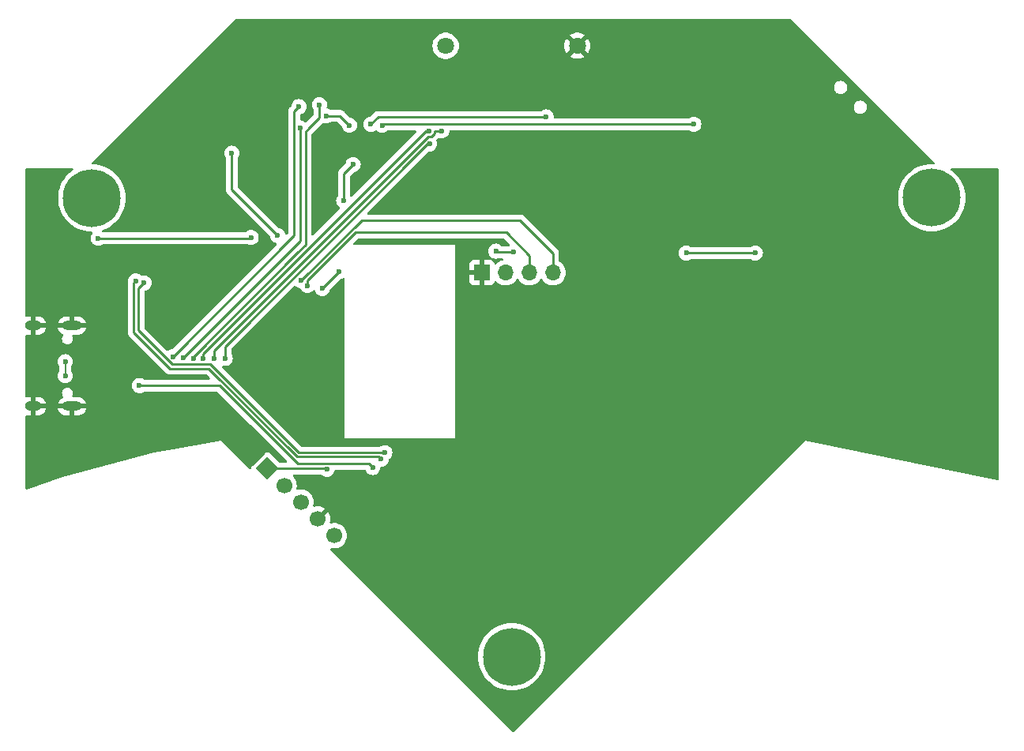
<source format=gbr>
%TF.GenerationSoftware,KiCad,Pcbnew,7.0.6*%
%TF.CreationDate,2023-08-09T23:01:59-05:00*%
%TF.ProjectId,BlueTeamCon_Main,426c7565-5465-4616-9d43-6f6e5f4d6169,rev?*%
%TF.SameCoordinates,Original*%
%TF.FileFunction,Copper,L2,Bot*%
%TF.FilePolarity,Positive*%
%FSLAX46Y46*%
G04 Gerber Fmt 4.6, Leading zero omitted, Abs format (unit mm)*
G04 Created by KiCad (PCBNEW 7.0.6) date 2023-08-09 23:01:59*
%MOMM*%
%LPD*%
G01*
G04 APERTURE LIST*
G04 Aperture macros list*
%AMHorizOval*
0 Thick line with rounded ends*
0 $1 width*
0 $2 $3 position (X,Y) of the first rounded end (center of the circle)*
0 $4 $5 position (X,Y) of the second rounded end (center of the circle)*
0 Add line between two ends*
20,1,$1,$2,$3,$4,$5,0*
0 Add two circle primitives to create the rounded ends*
1,1,$1,$2,$3*
1,1,$1,$4,$5*%
%AMRotRect*
0 Rectangle, with rotation*
0 The origin of the aperture is its center*
0 $1 length*
0 $2 width*
0 $3 Rotation angle, in degrees counterclockwise*
0 Add horizontal line*
21,1,$1,$2,0,0,$3*%
G04 Aperture macros list end*
%TA.AperFunction,ComponentPad*%
%ADD10C,6.200000*%
%TD*%
%TA.AperFunction,ComponentPad*%
%ADD11R,1.700000X1.700000*%
%TD*%
%TA.AperFunction,ComponentPad*%
%ADD12O,1.700000X1.700000*%
%TD*%
%TA.AperFunction,ComponentPad*%
%ADD13RotRect,1.700000X1.700000X45.000000*%
%TD*%
%TA.AperFunction,ComponentPad*%
%ADD14HorizOval,1.700000X0.000000X0.000000X0.000000X0.000000X0*%
%TD*%
%TA.AperFunction,ComponentPad*%
%ADD15O,2.100000X1.000000*%
%TD*%
%TA.AperFunction,ComponentPad*%
%ADD16O,1.800000X1.000000*%
%TD*%
%TA.AperFunction,ComponentPad*%
%ADD17C,1.800000*%
%TD*%
%TA.AperFunction,ViaPad*%
%ADD18C,0.600000*%
%TD*%
%TA.AperFunction,Conductor*%
%ADD19C,0.250000*%
%TD*%
%TA.AperFunction,Conductor*%
%ADD20C,0.200000*%
%TD*%
G04 APERTURE END LIST*
D10*
%TO.P,J2,1,Pin_1*%
%TO.N,unconnected-(J2-Pin_1-Pad1)*%
X101600001Y-88200000D03*
%TD*%
%TO.P,J1,1,Pin_1*%
%TO.N,unconnected-(J1-Pin_1-Pad1)*%
X191600000Y-88175000D03*
%TD*%
%TO.P,J3,1,Pin_1*%
%TO.N,unconnected-(J3-Pin_1-Pad1)*%
X146600000Y-137375000D03*
%TD*%
D11*
%TO.P,J4,1,Pin_1*%
%TO.N,VSS*%
X143400000Y-96200000D03*
D12*
%TO.P,J4,2,Pin_2*%
%TO.N,VCC*%
X145940000Y-96200000D03*
%TO.P,J4,3,Pin_3*%
%TO.N,SCK*%
X148480000Y-96200000D03*
%TO.P,J4,4,Pin_4*%
%TO.N,SDA*%
X151020000Y-96200000D03*
%TD*%
D13*
%TO.P,J5,1,Pin_1*%
%TO.N,VCC*%
X120411433Y-117211433D03*
D14*
%TO.P,J5,2,Pin_2*%
%TO.N,TX*%
X122207484Y-119007484D03*
%TO.P,J5,3,Pin_3*%
%TO.N,RX*%
X124003535Y-120803535D03*
%TO.P,J5,4,Pin_4*%
%TO.N,VSS*%
X125799587Y-122599587D03*
%TO.P,J5,5,Pin_5*%
%TO.N,Reset*%
X127595638Y-124395638D03*
%TD*%
D15*
%TO.P,J6,S1,SHIELD*%
%TO.N,VSS*%
X99487500Y-101880000D03*
D16*
X95337500Y-101880000D03*
D15*
X99487500Y-110520000D03*
D16*
X95337500Y-110520000D03*
%TD*%
D17*
%TO.P,BT1,1,+*%
%TO.N,VDD*%
X139525000Y-71875000D03*
%TO.P,BT1,2,-*%
%TO.N,VSS*%
X153625000Y-71875000D03*
%TD*%
D18*
%TO.N,VSS*%
X124000000Y-102750000D03*
X120000000Y-88500000D03*
X130000000Y-119500000D03*
X107750000Y-88500000D03*
X126750000Y-88750000D03*
X153250000Y-91250000D03*
X124750000Y-109000000D03*
X119250000Y-83000000D03*
X118250000Y-114500000D03*
X117000000Y-90750000D03*
X111000000Y-100750000D03*
X126500000Y-83000000D03*
X118500000Y-106000000D03*
X130000000Y-114500000D03*
X153000000Y-87250000D03*
X146000000Y-84500000D03*
X127750000Y-121000000D03*
X146250000Y-87500000D03*
X124500000Y-114000000D03*
X120750000Y-108750000D03*
%TO.N,Buzzer*%
X131700000Y-117100000D03*
X106700000Y-108300000D03*
%TO.N,/D+*%
X98750000Y-107250000D03*
X98750000Y-105750000D03*
%TO.N,VCC*%
X128600000Y-88500000D03*
X129600000Y-84600000D03*
X126800000Y-117300000D03*
%TO.N,R1*%
X123924500Y-80700000D03*
X111400000Y-105300000D03*
%TO.N,G1*%
X126000000Y-78200000D03*
X112500000Y-105400000D03*
%TO.N,Net-(D1-A)*%
X129200000Y-80400000D03*
X126700000Y-79400000D03*
%TO.N,B1*%
X110300000Y-105200000D03*
X123800000Y-78400000D03*
%TO.N,R2*%
X137787442Y-82395736D03*
X115900000Y-105400000D03*
%TO.N,G2*%
X137700000Y-81000000D03*
X113500000Y-105400000D03*
%TO.N,B2*%
X139100000Y-81000000D03*
X114700000Y-105400000D03*
%TO.N,Net-(D3-A)*%
X150300000Y-79500000D03*
X131500000Y-80300000D03*
%TO.N,Net-(D4-A)*%
X166100000Y-80300000D03*
X132700000Y-80400000D03*
%TO.N,Boot*%
X116600000Y-83400000D03*
X121500000Y-92200000D03*
%TO.N,Net-(IC1-IO3)*%
X102300000Y-92500000D03*
X118675000Y-92425000D03*
%TO.N,Net-(IC1-IO4)*%
X146800000Y-94000000D03*
X144900000Y-93900000D03*
X172700000Y-94100000D03*
X128100000Y-96100000D03*
X165300000Y-94100000D03*
X126300000Y-97900000D03*
%TO.N,A_Btn*%
X133000000Y-115500000D03*
X107200000Y-97300000D03*
%TO.N,B*%
X106300000Y-97100000D03*
X132600000Y-116200000D03*
%TO.N,SDA*%
X124050000Y-97050000D03*
%TO.N,SCK*%
X124700000Y-97600000D03*
%TD*%
D19*
%TO.N,Buzzer*%
X131700000Y-117100000D02*
X131275000Y-116675000D01*
X115300000Y-108300000D02*
X106700000Y-108300000D01*
X123675000Y-116675000D02*
X119100000Y-112100000D01*
X119100000Y-112100000D02*
X115300000Y-108300000D01*
X131275000Y-116675000D02*
X123675000Y-116675000D01*
D20*
%TO.N,/D+*%
X98750000Y-105750000D02*
X98750000Y-107250000D01*
D19*
%TO.N,VCC*%
X126800000Y-117300000D02*
X126711433Y-117211433D01*
X126711433Y-117211433D02*
X120411433Y-117211433D01*
X128600000Y-88500000D02*
X128600000Y-85600000D01*
X128600000Y-85600000D02*
X129600000Y-84600000D01*
%TO.N,R1*%
X123900000Y-80724500D02*
X123924500Y-80700000D01*
X111400000Y-105300000D02*
X123900000Y-92800000D01*
X123900000Y-91200000D02*
X123900000Y-80724500D01*
X123900000Y-92800000D02*
X123900000Y-91200000D01*
%TO.N,G1*%
X124500000Y-81100000D02*
X124500000Y-92200000D01*
X124900000Y-80700000D02*
X124500000Y-81100000D01*
X124500000Y-93200000D02*
X123600000Y-94100000D01*
X124500000Y-92200000D02*
X124500000Y-93200000D01*
X126000000Y-79600000D02*
X124900000Y-80700000D01*
X126000000Y-78200000D02*
X126000000Y-79600000D01*
X123600000Y-94100000D02*
X112500000Y-105200000D01*
X112500000Y-105200000D02*
X112500000Y-105400000D01*
%TO.N,Net-(D1-A)*%
X128200000Y-79400000D02*
X129200000Y-80400000D01*
X126700000Y-79400000D02*
X128200000Y-79400000D01*
%TO.N,B1*%
X110300000Y-105200000D02*
X123300000Y-92200000D01*
X123300000Y-80700000D02*
X123300000Y-78900000D01*
X123300000Y-78900000D02*
X123800000Y-78400000D01*
X123300000Y-92200000D02*
X123300000Y-80700000D01*
%TO.N,R2*%
X115900000Y-104100000D02*
X115900000Y-105400000D01*
X137787442Y-82395736D02*
X137604264Y-82395736D01*
X137604264Y-82395736D02*
X115900000Y-104100000D01*
%TO.N,G2*%
X137400000Y-81000000D02*
X113500000Y-104900000D01*
X113500000Y-104900000D02*
X113500000Y-105400000D01*
X137700000Y-81000000D02*
X137400000Y-81000000D01*
%TO.N,B2*%
X138325000Y-81258884D02*
X137958884Y-81625000D01*
X137958884Y-81625000D02*
X137675000Y-81625000D01*
X137675000Y-81625000D02*
X114700000Y-104600000D01*
X138325000Y-81000000D02*
X138325000Y-81258884D01*
X114700000Y-104600000D02*
X114700000Y-105400000D01*
X139100000Y-81000000D02*
X138325000Y-81000000D01*
%TO.N,Net-(D3-A)*%
X132300000Y-79500000D02*
X131500000Y-80300000D01*
X150300000Y-79500000D02*
X132300000Y-79500000D01*
%TO.N,Net-(D4-A)*%
X132800000Y-80300000D02*
X132700000Y-80400000D01*
X166100000Y-80300000D02*
X132800000Y-80300000D01*
%TO.N,Boot*%
X121500000Y-92200000D02*
X116600000Y-87300000D01*
X116600000Y-87300000D02*
X116600000Y-83400000D01*
%TO.N,Net-(IC1-IO3)*%
X118600000Y-92500000D02*
X102300000Y-92500000D01*
X118675000Y-92425000D02*
X118600000Y-92500000D01*
%TO.N,Net-(IC1-IO4)*%
X146800000Y-94000000D02*
X145000000Y-94000000D01*
X126300000Y-97900000D02*
X128100000Y-96100000D01*
X145000000Y-94000000D02*
X144900000Y-93900000D01*
X172700000Y-94100000D02*
X165300000Y-94100000D01*
%TO.N,A_Btn*%
X110241116Y-106025000D02*
X114325000Y-106025000D01*
X107200000Y-97300000D02*
X106600000Y-97900000D01*
X114325000Y-106025000D02*
X123800000Y-115500000D01*
X123800000Y-115500000D02*
X133000000Y-115500000D01*
X106600000Y-97900000D02*
X106600000Y-102383884D01*
X106600000Y-102383884D02*
X110241116Y-106025000D01*
%TO.N,B*%
X114138604Y-106475000D02*
X109975000Y-106475000D01*
X123613604Y-115950000D02*
X114138604Y-106475000D01*
X132600000Y-116200000D02*
X132350000Y-115950000D01*
X132350000Y-115950000D02*
X123613604Y-115950000D01*
X106100000Y-102600000D02*
X106100000Y-97300000D01*
X109975000Y-106475000D02*
X106100000Y-102600000D01*
X106100000Y-97300000D02*
X106300000Y-97100000D01*
%TO.N,SDA*%
X147500000Y-90600000D02*
X151020000Y-94120000D01*
X130500000Y-90600000D02*
X147500000Y-90600000D01*
X124050000Y-97050000D02*
X130500000Y-90600000D01*
X151020000Y-94120000D02*
X151020000Y-96200000D01*
%TO.N,SCK*%
X146000000Y-91900000D02*
X148480000Y-94380000D01*
X129850000Y-91900000D02*
X146000000Y-91900000D01*
X124700000Y-97050000D02*
X129850000Y-91900000D01*
X148480000Y-94380000D02*
X148480000Y-96200000D01*
X124700000Y-97600000D02*
X124700000Y-97050000D01*
%TD*%
%TA.AperFunction,Conductor*%
%TO.N,VSS*%
G36*
X176515677Y-69019685D02*
G01*
X176536319Y-69036319D01*
X191858657Y-84358657D01*
X191892142Y-84419980D01*
X191887158Y-84489672D01*
X191845286Y-84545605D01*
X191779822Y-84570022D01*
X191764487Y-84570168D01*
X191600002Y-84561548D01*
X191599999Y-84561548D01*
X191222289Y-84581343D01*
X190848726Y-84640510D01*
X190848724Y-84640510D01*
X190483374Y-84738405D01*
X190130273Y-84873948D01*
X189793269Y-85045661D01*
X189476073Y-85251650D01*
X189182133Y-85489678D01*
X189182125Y-85489685D01*
X188914685Y-85757125D01*
X188914678Y-85757133D01*
X188676650Y-86051073D01*
X188470661Y-86368269D01*
X188298948Y-86705273D01*
X188163405Y-87058374D01*
X188065510Y-87423724D01*
X188065510Y-87423726D01*
X188006343Y-87797289D01*
X187986548Y-88174999D01*
X187986548Y-88175000D01*
X188006343Y-88552710D01*
X188010303Y-88577710D01*
X188065511Y-88926279D01*
X188149379Y-89239281D01*
X188163405Y-89291625D01*
X188298948Y-89644726D01*
X188470661Y-89981730D01*
X188676650Y-90298926D01*
X188676654Y-90298931D01*
X188676656Y-90298934D01*
X188914682Y-90592871D01*
X189182129Y-90860318D01*
X189476066Y-91098344D01*
X189476070Y-91098346D01*
X189476073Y-91098349D01*
X189766292Y-91286819D01*
X189793274Y-91304341D01*
X190130277Y-91476053D01*
X190483382Y-91611597D01*
X190848721Y-91709489D01*
X191222291Y-91768657D01*
X191579109Y-91787357D01*
X191599999Y-91788452D01*
X191600000Y-91788452D01*
X191600001Y-91788452D01*
X191619795Y-91787414D01*
X191977709Y-91768657D01*
X192351279Y-91709489D01*
X192716618Y-91611597D01*
X193069723Y-91476053D01*
X193406726Y-91304341D01*
X193723934Y-91098344D01*
X194017871Y-90860318D01*
X194285318Y-90592871D01*
X194523344Y-90298934D01*
X194729341Y-89981726D01*
X194901053Y-89644723D01*
X195036597Y-89291618D01*
X195134489Y-88926279D01*
X195193657Y-88552709D01*
X195213452Y-88175000D01*
X195193657Y-87797291D01*
X195134489Y-87423721D01*
X195036597Y-87058382D01*
X194901053Y-86705277D01*
X194729341Y-86368274D01*
X194539584Y-86076073D01*
X194523349Y-86051073D01*
X194523346Y-86051070D01*
X194523344Y-86051066D01*
X194285318Y-85757129D01*
X194017871Y-85489682D01*
X193723934Y-85251656D01*
X193723932Y-85251655D01*
X193723930Y-85251653D01*
X193687499Y-85227995D01*
X193641997Y-85174974D01*
X193632383Y-85105769D01*
X193661710Y-85042352D01*
X193720667Y-85004858D01*
X193755035Y-85000000D01*
X198626000Y-85000000D01*
X198693039Y-85019685D01*
X198738794Y-85072489D01*
X198750000Y-85124000D01*
X198750000Y-118348028D01*
X198730315Y-118415067D01*
X198677511Y-118460822D01*
X198608353Y-118470766D01*
X198601119Y-118469506D01*
X178000000Y-114250000D01*
X177999998Y-114250000D01*
X146837680Y-145412318D01*
X146776357Y-145445803D01*
X146706665Y-145440819D01*
X146662318Y-145412318D01*
X138625000Y-137375000D01*
X142986548Y-137375000D01*
X143006343Y-137752710D01*
X143065510Y-138126273D01*
X143065510Y-138126275D01*
X143163405Y-138491625D01*
X143298948Y-138844726D01*
X143470661Y-139181730D01*
X143676650Y-139498926D01*
X143676654Y-139498931D01*
X143676656Y-139498934D01*
X143914682Y-139792871D01*
X144182129Y-140060318D01*
X144476066Y-140298344D01*
X144476070Y-140298346D01*
X144476073Y-140298349D01*
X144793269Y-140504338D01*
X144793274Y-140504341D01*
X145130277Y-140676053D01*
X145483382Y-140811597D01*
X145848721Y-140909489D01*
X146222291Y-140968657D01*
X146579109Y-140987357D01*
X146599999Y-140988452D01*
X146600000Y-140988452D01*
X146600001Y-140988452D01*
X146619796Y-140987414D01*
X146977709Y-140968657D01*
X147351279Y-140909489D01*
X147716618Y-140811597D01*
X148069723Y-140676053D01*
X148406726Y-140504341D01*
X148723934Y-140298344D01*
X149017871Y-140060318D01*
X149285318Y-139792871D01*
X149523344Y-139498934D01*
X149729341Y-139181726D01*
X149901053Y-138844723D01*
X150036597Y-138491618D01*
X150134489Y-138126279D01*
X150193657Y-137752709D01*
X150213452Y-137375000D01*
X150193657Y-136997291D01*
X150134489Y-136623721D01*
X150036597Y-136258382D01*
X149901053Y-135905277D01*
X149729341Y-135568274D01*
X149523344Y-135251066D01*
X149285318Y-134957129D01*
X149017871Y-134689682D01*
X148723934Y-134451656D01*
X148723931Y-134451654D01*
X148723926Y-134451650D01*
X148406730Y-134245661D01*
X148069726Y-134073948D01*
X147716625Y-133938405D01*
X147716618Y-133938403D01*
X147351279Y-133840511D01*
X147351275Y-133840510D01*
X147351274Y-133840510D01*
X146977710Y-133781343D01*
X146600001Y-133761548D01*
X146599999Y-133761548D01*
X146222289Y-133781343D01*
X145848726Y-133840510D01*
X145848724Y-133840510D01*
X145483374Y-133938405D01*
X145130273Y-134073948D01*
X144793269Y-134245661D01*
X144476073Y-134451650D01*
X144182133Y-134689678D01*
X144182125Y-134689685D01*
X143914685Y-134957125D01*
X143914678Y-134957133D01*
X143676650Y-135251073D01*
X143470661Y-135568269D01*
X143298948Y-135905273D01*
X143163405Y-136258374D01*
X143065510Y-136623724D01*
X143065510Y-136623726D01*
X143006343Y-136997289D01*
X142986548Y-137374999D01*
X142986548Y-137375000D01*
X138625000Y-137375000D01*
X127181911Y-125931911D01*
X127148426Y-125870588D01*
X127153410Y-125800896D01*
X127195282Y-125744963D01*
X127260746Y-125720546D01*
X127290001Y-125721921D01*
X127483069Y-125754138D01*
X127708207Y-125754138D01*
X127930273Y-125717082D01*
X128143212Y-125643980D01*
X128341214Y-125536827D01*
X128518878Y-125398544D01*
X128671360Y-125232906D01*
X128794498Y-125044429D01*
X128884934Y-124838254D01*
X128940202Y-124620006D01*
X128958794Y-124395638D01*
X128940202Y-124171270D01*
X128884934Y-123953022D01*
X128794498Y-123746847D01*
X128671360Y-123558370D01*
X128671357Y-123558367D01*
X128671353Y-123558361D01*
X128518881Y-123392735D01*
X128518876Y-123392730D01*
X128341215Y-123254450D01*
X128341210Y-123254446D01*
X128143218Y-123147299D01*
X128143215Y-123147297D01*
X128143212Y-123147296D01*
X128143209Y-123147295D01*
X128143207Y-123147294D01*
X127930275Y-123074194D01*
X127708207Y-123037138D01*
X127483069Y-123037138D01*
X127255944Y-123075038D01*
X127255768Y-123073983D01*
X127191220Y-123071543D01*
X127133912Y-123031575D01*
X127107309Y-122966968D01*
X127110852Y-122921876D01*
X127134153Y-122834917D01*
X127134156Y-122834902D01*
X127154744Y-122599588D01*
X127154744Y-122599585D01*
X127134156Y-122364271D01*
X127134154Y-122364260D01*
X127073020Y-122136103D01*
X127073016Y-122136094D01*
X126973187Y-121922010D01*
X126973186Y-121922008D01*
X126914512Y-121838213D01*
X126914512Y-121838212D01*
X126282663Y-122470061D01*
X126259080Y-122389743D01*
X126181348Y-122268789D01*
X126072687Y-122174635D01*
X125941902Y-122114907D01*
X125932120Y-122113500D01*
X126560960Y-121484660D01*
X126560960Y-121484659D01*
X126477170Y-121425989D01*
X126477166Y-121425987D01*
X126263079Y-121326157D01*
X126263070Y-121326153D01*
X126034913Y-121265019D01*
X126034902Y-121265017D01*
X125799589Y-121244430D01*
X125799585Y-121244430D01*
X125564271Y-121265017D01*
X125564257Y-121265020D01*
X125472139Y-121289702D01*
X125402289Y-121288039D01*
X125344427Y-121248875D01*
X125316924Y-121184647D01*
X125319842Y-121139486D01*
X125329428Y-121101634D01*
X125348099Y-121027903D01*
X125366691Y-120803535D01*
X125348099Y-120579167D01*
X125292831Y-120360919D01*
X125202395Y-120154744D01*
X125079257Y-119966267D01*
X125079254Y-119966264D01*
X125079250Y-119966258D01*
X124926778Y-119800632D01*
X124926773Y-119800627D01*
X124749112Y-119662347D01*
X124749107Y-119662343D01*
X124551115Y-119555196D01*
X124551112Y-119555194D01*
X124551109Y-119555193D01*
X124551106Y-119555192D01*
X124551104Y-119555191D01*
X124338172Y-119482091D01*
X124116104Y-119445035D01*
X123890966Y-119445035D01*
X123667934Y-119482251D01*
X123598569Y-119473869D01*
X123544747Y-119429316D01*
X123523557Y-119362737D01*
X123527320Y-119329501D01*
X123552045Y-119231864D01*
X123552047Y-119231855D01*
X123552048Y-119231852D01*
X123560335Y-119131846D01*
X123570640Y-119007489D01*
X123570640Y-119007478D01*
X123552049Y-118783124D01*
X123552047Y-118783112D01*
X123496780Y-118564869D01*
X123457531Y-118475390D01*
X123406344Y-118358693D01*
X123283206Y-118170216D01*
X123175222Y-118052915D01*
X123144300Y-117990262D01*
X123152160Y-117920836D01*
X123196307Y-117866680D01*
X123262724Y-117844989D01*
X123266452Y-117844933D01*
X126150179Y-117844933D01*
X126217218Y-117864618D01*
X126237860Y-117881252D01*
X126292719Y-117936111D01*
X126446985Y-118033043D01*
X126618953Y-118093216D01*
X126618953Y-118093217D01*
X126618958Y-118093218D01*
X126799996Y-118113616D01*
X126800000Y-118113616D01*
X126800004Y-118113616D01*
X126981041Y-118093218D01*
X126981044Y-118093217D01*
X126981047Y-118093217D01*
X127153015Y-118033043D01*
X127307281Y-117936111D01*
X127436111Y-117807281D01*
X127533043Y-117653015D01*
X127593217Y-117481047D01*
X127596376Y-117453015D01*
X127600251Y-117418618D01*
X127627317Y-117354204D01*
X127684911Y-117314648D01*
X127723471Y-117308500D01*
X130828406Y-117308500D01*
X130895445Y-117328185D01*
X130941200Y-117380989D01*
X130945448Y-117391546D01*
X130966956Y-117453014D01*
X131019480Y-117536605D01*
X131063889Y-117607281D01*
X131192719Y-117736111D01*
X131346985Y-117833043D01*
X131484759Y-117881252D01*
X131518953Y-117893217D01*
X131518958Y-117893218D01*
X131699996Y-117913616D01*
X131700000Y-117913616D01*
X131700004Y-117913616D01*
X131881041Y-117893218D01*
X131881044Y-117893217D01*
X131881047Y-117893217D01*
X132053015Y-117833043D01*
X132207281Y-117736111D01*
X132336111Y-117607281D01*
X132433043Y-117453015D01*
X132493217Y-117281047D01*
X132498262Y-117236277D01*
X132511292Y-117120629D01*
X132538358Y-117056215D01*
X132595953Y-117016660D01*
X132620629Y-117011292D01*
X132781041Y-116993218D01*
X132781044Y-116993217D01*
X132781047Y-116993217D01*
X132953015Y-116933043D01*
X133107281Y-116836111D01*
X133236111Y-116707281D01*
X133333043Y-116553015D01*
X133393217Y-116381047D01*
X133407460Y-116254641D01*
X133407541Y-116253920D01*
X133434607Y-116189506D01*
X133464787Y-116162811D01*
X133507281Y-116136111D01*
X133636111Y-116007281D01*
X133733043Y-115853015D01*
X133793217Y-115681047D01*
X133793218Y-115681041D01*
X133813616Y-115500003D01*
X133813616Y-115499996D01*
X133793218Y-115318958D01*
X133793217Y-115318953D01*
X133793216Y-115318952D01*
X133733043Y-115146985D01*
X133636111Y-114992719D01*
X133507281Y-114863889D01*
X133353015Y-114766957D01*
X133298693Y-114747949D01*
X133181046Y-114706782D01*
X133181041Y-114706781D01*
X133000004Y-114686384D01*
X132999996Y-114686384D01*
X132818958Y-114706781D01*
X132818953Y-114706782D01*
X132646980Y-114766958D01*
X132646977Y-114766960D01*
X132518812Y-114847493D01*
X132452840Y-114866500D01*
X124113766Y-114866500D01*
X124046727Y-114846815D01*
X124026085Y-114830181D01*
X115595743Y-106399838D01*
X115562258Y-106338515D01*
X115567242Y-106268823D01*
X115609114Y-106212890D01*
X115674578Y-106188473D01*
X115711756Y-106193441D01*
X115712161Y-106191667D01*
X115718951Y-106193216D01*
X115718953Y-106193217D01*
X115718954Y-106193217D01*
X115718958Y-106193218D01*
X115899996Y-106213616D01*
X115900000Y-106213616D01*
X115900004Y-106213616D01*
X116081041Y-106193218D01*
X116081044Y-106193217D01*
X116081047Y-106193217D01*
X116253015Y-106133043D01*
X116407281Y-106036111D01*
X116536111Y-105907281D01*
X116633043Y-105753015D01*
X116693217Y-105581047D01*
X116713616Y-105400000D01*
X116713276Y-105396985D01*
X116693218Y-105218958D01*
X116693217Y-105218953D01*
X116693216Y-105218952D01*
X116633043Y-105046985D01*
X116552506Y-104918811D01*
X116533500Y-104852839D01*
X116533500Y-104413765D01*
X116553185Y-104346726D01*
X116569819Y-104326084D01*
X119894760Y-101001143D01*
X123288576Y-97607326D01*
X123349897Y-97573843D01*
X123419589Y-97578827D01*
X123463936Y-97607328D01*
X123542719Y-97686111D01*
X123696985Y-97783043D01*
X123868953Y-97843217D01*
X123875526Y-97845517D01*
X123874922Y-97847241D01*
X123927859Y-97876841D01*
X123956343Y-97922682D01*
X123966957Y-97953016D01*
X123966958Y-97953017D01*
X123991915Y-97992736D01*
X124063889Y-98107281D01*
X124192719Y-98236111D01*
X124346985Y-98333043D01*
X124518953Y-98393216D01*
X124518953Y-98393217D01*
X124518958Y-98393218D01*
X124699996Y-98413616D01*
X124700000Y-98413616D01*
X124700004Y-98413616D01*
X124881041Y-98393218D01*
X124881044Y-98393217D01*
X124881047Y-98393217D01*
X125053015Y-98333043D01*
X125207281Y-98236111D01*
X125329801Y-98113590D01*
X125391120Y-98080108D01*
X125460812Y-98085092D01*
X125516746Y-98126963D01*
X125534520Y-98160319D01*
X125566955Y-98253011D01*
X125566956Y-98253015D01*
X125617242Y-98333043D01*
X125663889Y-98407281D01*
X125792719Y-98536111D01*
X125946985Y-98633043D01*
X126118953Y-98693216D01*
X126118953Y-98693217D01*
X126118958Y-98693218D01*
X126299996Y-98713616D01*
X126300000Y-98713616D01*
X126300004Y-98713616D01*
X126481041Y-98693218D01*
X126481044Y-98693217D01*
X126481047Y-98693217D01*
X126653015Y-98633043D01*
X126807281Y-98536111D01*
X126936111Y-98407281D01*
X127033043Y-98253015D01*
X127093217Y-98081047D01*
X127098309Y-98035851D01*
X127125374Y-97971439D01*
X127133838Y-97962064D01*
X128162056Y-96933846D01*
X128223377Y-96900363D01*
X128235836Y-96898310D01*
X128281047Y-96893217D01*
X128453015Y-96833043D01*
X128510026Y-96797220D01*
X128577264Y-96778219D01*
X128644099Y-96798586D01*
X128689314Y-96851854D01*
X128700000Y-96902213D01*
X128699999Y-113950000D01*
X128700000Y-113950000D01*
X140500000Y-113950000D01*
X140500000Y-93250000D01*
X129695267Y-93250000D01*
X129628228Y-93230315D01*
X129582473Y-93177511D01*
X129572529Y-93108353D01*
X129601554Y-93044797D01*
X129607586Y-93038319D01*
X130076086Y-92569819D01*
X130137409Y-92536334D01*
X130163767Y-92533500D01*
X145686234Y-92533500D01*
X145753273Y-92553185D01*
X145773915Y-92569819D01*
X146351817Y-93147721D01*
X146385302Y-93209044D01*
X146380318Y-93278736D01*
X146338446Y-93334669D01*
X146330116Y-93340390D01*
X146318812Y-93347493D01*
X146252840Y-93366500D01*
X145561254Y-93366500D01*
X145494215Y-93346815D01*
X145473573Y-93330181D01*
X145407281Y-93263889D01*
X145253017Y-93166958D01*
X145253016Y-93166957D01*
X145253015Y-93166957D01*
X145164862Y-93136111D01*
X145081046Y-93106782D01*
X145081041Y-93106781D01*
X144900004Y-93086384D01*
X144899996Y-93086384D01*
X144718958Y-93106781D01*
X144718953Y-93106782D01*
X144546982Y-93166958D01*
X144392718Y-93263889D01*
X144263889Y-93392718D01*
X144166958Y-93546982D01*
X144106782Y-93718953D01*
X144106781Y-93718958D01*
X144086384Y-93899996D01*
X144086384Y-93900003D01*
X144106781Y-94081041D01*
X144106782Y-94081046D01*
X144166958Y-94253017D01*
X144183984Y-94280113D01*
X144263889Y-94407281D01*
X144392719Y-94536111D01*
X144546985Y-94633043D01*
X144718947Y-94693215D01*
X144718953Y-94693217D01*
X144718958Y-94693218D01*
X144899996Y-94713616D01*
X144900000Y-94713616D01*
X144900004Y-94713616D01*
X145081041Y-94693218D01*
X145081043Y-94693217D01*
X145081047Y-94693217D01*
X145081050Y-94693215D01*
X145081054Y-94693215D01*
X145231823Y-94640459D01*
X145272778Y-94633500D01*
X145578282Y-94633500D01*
X145645321Y-94653185D01*
X145691076Y-94705989D01*
X145701020Y-94775147D01*
X145671995Y-94838703D01*
X145613217Y-94876477D01*
X145608720Y-94877706D01*
X145605363Y-94878555D01*
X145392430Y-94951656D01*
X145392419Y-94951661D01*
X145194427Y-95058808D01*
X145194422Y-95058812D01*
X145016761Y-95197092D01*
X144947092Y-95272773D01*
X144887205Y-95308763D01*
X144817367Y-95306662D01*
X144759751Y-95267137D01*
X144739681Y-95232122D01*
X144693354Y-95107913D01*
X144693350Y-95107906D01*
X144607190Y-94992812D01*
X144607187Y-94992809D01*
X144492093Y-94906649D01*
X144492086Y-94906645D01*
X144357379Y-94856403D01*
X144357372Y-94856401D01*
X144297844Y-94850000D01*
X143650000Y-94850000D01*
X143650000Y-95764498D01*
X143542315Y-95715320D01*
X143435763Y-95700000D01*
X143364237Y-95700000D01*
X143257685Y-95715320D01*
X143150000Y-95764498D01*
X143150000Y-94850000D01*
X142502155Y-94850000D01*
X142442627Y-94856401D01*
X142442620Y-94856403D01*
X142307913Y-94906645D01*
X142307906Y-94906649D01*
X142192812Y-94992809D01*
X142192809Y-94992812D01*
X142106649Y-95107906D01*
X142106645Y-95107913D01*
X142056403Y-95242620D01*
X142056401Y-95242627D01*
X142050000Y-95302155D01*
X142050000Y-95950000D01*
X142966314Y-95950000D01*
X142940507Y-95990156D01*
X142900000Y-96128111D01*
X142900000Y-96271889D01*
X142940507Y-96409844D01*
X142966314Y-96450000D01*
X142050000Y-96450000D01*
X142050000Y-97097844D01*
X142056401Y-97157372D01*
X142056403Y-97157379D01*
X142106645Y-97292086D01*
X142106649Y-97292093D01*
X142192809Y-97407187D01*
X142192812Y-97407190D01*
X142307906Y-97493350D01*
X142307913Y-97493354D01*
X142442620Y-97543596D01*
X142442627Y-97543598D01*
X142502155Y-97549999D01*
X142502172Y-97550000D01*
X143150000Y-97550000D01*
X143150000Y-96635501D01*
X143257685Y-96684680D01*
X143364237Y-96700000D01*
X143435763Y-96700000D01*
X143542315Y-96684680D01*
X143650000Y-96635501D01*
X143650000Y-97550000D01*
X144297828Y-97550000D01*
X144297844Y-97549999D01*
X144357372Y-97543598D01*
X144357379Y-97543596D01*
X144492086Y-97493354D01*
X144492093Y-97493350D01*
X144607187Y-97407190D01*
X144607190Y-97407187D01*
X144693350Y-97292093D01*
X144693354Y-97292086D01*
X144739681Y-97167877D01*
X144781552Y-97111943D01*
X144847016Y-97087526D01*
X144915289Y-97102377D01*
X144947089Y-97127223D01*
X145016760Y-97202906D01*
X145194424Y-97341189D01*
X145194425Y-97341189D01*
X145194427Y-97341191D01*
X145253270Y-97373035D01*
X145392426Y-97448342D01*
X145605365Y-97521444D01*
X145827431Y-97558500D01*
X146052569Y-97558500D01*
X146274635Y-97521444D01*
X146487574Y-97448342D01*
X146685576Y-97341189D01*
X146863240Y-97202906D01*
X147015722Y-97037268D01*
X147106193Y-96898790D01*
X147159338Y-96853437D01*
X147228569Y-96844013D01*
X147291905Y-96873515D01*
X147313804Y-96898787D01*
X147404278Y-97037268D01*
X147404283Y-97037273D01*
X147404284Y-97037276D01*
X147556756Y-97202902D01*
X147556761Y-97202907D01*
X147585747Y-97225468D01*
X147734424Y-97341189D01*
X147734425Y-97341189D01*
X147734427Y-97341191D01*
X147793270Y-97373035D01*
X147932426Y-97448342D01*
X148145365Y-97521444D01*
X148367431Y-97558500D01*
X148592569Y-97558500D01*
X148814635Y-97521444D01*
X149027574Y-97448342D01*
X149225576Y-97341189D01*
X149403240Y-97202906D01*
X149555722Y-97037268D01*
X149646193Y-96898790D01*
X149699338Y-96853437D01*
X149768569Y-96844013D01*
X149831905Y-96873515D01*
X149853804Y-96898787D01*
X149944278Y-97037268D01*
X149944283Y-97037273D01*
X149944284Y-97037276D01*
X150096756Y-97202902D01*
X150096761Y-97202907D01*
X150125747Y-97225468D01*
X150274424Y-97341189D01*
X150274425Y-97341189D01*
X150274427Y-97341191D01*
X150333270Y-97373035D01*
X150472426Y-97448342D01*
X150685365Y-97521444D01*
X150907431Y-97558500D01*
X151132569Y-97558500D01*
X151354635Y-97521444D01*
X151567574Y-97448342D01*
X151765576Y-97341189D01*
X151943240Y-97202906D01*
X152095722Y-97037268D01*
X152218860Y-96848791D01*
X152309296Y-96642616D01*
X152364564Y-96424368D01*
X152365768Y-96409844D01*
X152383156Y-96200005D01*
X152383156Y-96199994D01*
X152364565Y-95975640D01*
X152364563Y-95975628D01*
X152309296Y-95757385D01*
X152304734Y-95746985D01*
X152218860Y-95551209D01*
X152202706Y-95526484D01*
X152133479Y-95420524D01*
X152095722Y-95362732D01*
X152095719Y-95362729D01*
X152095715Y-95362723D01*
X151943243Y-95197097D01*
X151943238Y-95197092D01*
X151765577Y-95058812D01*
X151765577Y-95058811D01*
X151718480Y-95033323D01*
X151668891Y-94984102D01*
X151653500Y-94924269D01*
X151653500Y-94203632D01*
X151655239Y-94187880D01*
X151654968Y-94187855D01*
X151655700Y-94180099D01*
X151655702Y-94180092D01*
X151653500Y-94110028D01*
X151653500Y-94100003D01*
X164486384Y-94100003D01*
X164506781Y-94281041D01*
X164506782Y-94281046D01*
X164537919Y-94370028D01*
X164565151Y-94447855D01*
X164566958Y-94453017D01*
X164663888Y-94607281D01*
X164663889Y-94607281D01*
X164792719Y-94736111D01*
X164946985Y-94833043D01*
X165118953Y-94893216D01*
X165118953Y-94893217D01*
X165118958Y-94893218D01*
X165299996Y-94913616D01*
X165300000Y-94913616D01*
X165300004Y-94913616D01*
X165481041Y-94893218D01*
X165481044Y-94893217D01*
X165481047Y-94893217D01*
X165653015Y-94833043D01*
X165653017Y-94833041D01*
X165653019Y-94833041D01*
X165653022Y-94833039D01*
X165781188Y-94752507D01*
X165847160Y-94733500D01*
X172152840Y-94733500D01*
X172218812Y-94752507D01*
X172346977Y-94833039D01*
X172346980Y-94833041D01*
X172346984Y-94833042D01*
X172346985Y-94833043D01*
X172471113Y-94876477D01*
X172518953Y-94893217D01*
X172518958Y-94893218D01*
X172699996Y-94913616D01*
X172700000Y-94913616D01*
X172700004Y-94913616D01*
X172881041Y-94893218D01*
X172881044Y-94893217D01*
X172881047Y-94893217D01*
X173053015Y-94833043D01*
X173207281Y-94736111D01*
X173336111Y-94607281D01*
X173433043Y-94453015D01*
X173493217Y-94281047D01*
X173493218Y-94281041D01*
X173513616Y-94100003D01*
X173513616Y-94099996D01*
X173493218Y-93918958D01*
X173493217Y-93918953D01*
X173474830Y-93866407D01*
X173433043Y-93746985D01*
X173336111Y-93592719D01*
X173207281Y-93463889D01*
X173094015Y-93392719D01*
X173053017Y-93366958D01*
X173053016Y-93366957D01*
X173053015Y-93366957D01*
X172960741Y-93334669D01*
X172881046Y-93306782D01*
X172881041Y-93306781D01*
X172700004Y-93286384D01*
X172699996Y-93286384D01*
X172518958Y-93306781D01*
X172518953Y-93306782D01*
X172346980Y-93366958D01*
X172346977Y-93366960D01*
X172218812Y-93447493D01*
X172152840Y-93466500D01*
X165847160Y-93466500D01*
X165781188Y-93447493D01*
X165653022Y-93366960D01*
X165653019Y-93366958D01*
X165481046Y-93306782D01*
X165481041Y-93306781D01*
X165300004Y-93286384D01*
X165299996Y-93286384D01*
X165118958Y-93306781D01*
X165118953Y-93306782D01*
X164946982Y-93366958D01*
X164792718Y-93463889D01*
X164663889Y-93592718D01*
X164566958Y-93746982D01*
X164506782Y-93918953D01*
X164506781Y-93918958D01*
X164486384Y-94099996D01*
X164486384Y-94100003D01*
X151653500Y-94100003D01*
X151653500Y-94080144D01*
X151652614Y-94073141D01*
X151652157Y-94067322D01*
X151650674Y-94020111D01*
X151644976Y-94000499D01*
X151641033Y-93981466D01*
X151638474Y-93961203D01*
X151621085Y-93917286D01*
X151619196Y-93911766D01*
X151606018Y-93866407D01*
X151595626Y-93848835D01*
X151587066Y-93831362D01*
X151579552Y-93812383D01*
X151551794Y-93774179D01*
X151548587Y-93769296D01*
X151535390Y-93746982D01*
X151524542Y-93728638D01*
X151510108Y-93714204D01*
X151497471Y-93699409D01*
X151485472Y-93682893D01*
X151485470Y-93682890D01*
X151449073Y-93652781D01*
X151444751Y-93648847D01*
X148007088Y-90211183D01*
X147997187Y-90198823D01*
X147996977Y-90198998D01*
X147992002Y-90192986D01*
X147992000Y-90192982D01*
X147965658Y-90168245D01*
X147940922Y-90145016D01*
X147919768Y-90123863D01*
X147917792Y-90122331D01*
X147914183Y-90119531D01*
X147909750Y-90115744D01*
X147875321Y-90083414D01*
X147875319Y-90083412D01*
X147857431Y-90073578D01*
X147841170Y-90062897D01*
X147825039Y-90050384D01*
X147781693Y-90031627D01*
X147776445Y-90029056D01*
X147749251Y-90014106D01*
X147735060Y-90006305D01*
X147731660Y-90005432D01*
X147715287Y-90001228D01*
X147696881Y-89994926D01*
X147678144Y-89986818D01*
X147678146Y-89986818D01*
X147631496Y-89979430D01*
X147625781Y-89978246D01*
X147605612Y-89973068D01*
X147580032Y-89966500D01*
X147580030Y-89966500D01*
X147559616Y-89966500D01*
X147540217Y-89964973D01*
X147520058Y-89961780D01*
X147520057Y-89961780D01*
X147473034Y-89966225D01*
X147467196Y-89966500D01*
X131228766Y-89966500D01*
X131161727Y-89946815D01*
X131115972Y-89894011D01*
X131106028Y-89824853D01*
X131135053Y-89761297D01*
X131141085Y-89754819D01*
X132748922Y-88146982D01*
X137654544Y-83241358D01*
X137715865Y-83207875D01*
X137756106Y-83205821D01*
X137787442Y-83209352D01*
X137787445Y-83209352D01*
X137968483Y-83188954D01*
X137968486Y-83188953D01*
X137968489Y-83188953D01*
X138140457Y-83128779D01*
X138294723Y-83031847D01*
X138423553Y-82903017D01*
X138520485Y-82748751D01*
X138580659Y-82576783D01*
X138601058Y-82395736D01*
X138580659Y-82214689D01*
X138580658Y-82214686D01*
X138524595Y-82054465D01*
X138521034Y-81984686D01*
X138553954Y-81925832D01*
X138691714Y-81788072D01*
X138753035Y-81754589D01*
X138820346Y-81758712D01*
X138918953Y-81793217D01*
X138918959Y-81793217D01*
X138918961Y-81793218D01*
X139099996Y-81813616D01*
X139100000Y-81813616D01*
X139100004Y-81813616D01*
X139281041Y-81793218D01*
X139281044Y-81793217D01*
X139281047Y-81793217D01*
X139453015Y-81733043D01*
X139607281Y-81636111D01*
X139736111Y-81507281D01*
X139833043Y-81353015D01*
X139893217Y-81181047D01*
X139898626Y-81133041D01*
X139908702Y-81043617D01*
X139935768Y-80979203D01*
X139993363Y-80939647D01*
X140031922Y-80933500D01*
X165552840Y-80933500D01*
X165618812Y-80952507D01*
X165746977Y-81033039D01*
X165746980Y-81033041D01*
X165746984Y-81033042D01*
X165746985Y-81033043D01*
X165777204Y-81043617D01*
X165918953Y-81093217D01*
X165918958Y-81093218D01*
X166099996Y-81113616D01*
X166100000Y-81113616D01*
X166100004Y-81113616D01*
X166281041Y-81093218D01*
X166281044Y-81093217D01*
X166281047Y-81093217D01*
X166453015Y-81033043D01*
X166607281Y-80936111D01*
X166736111Y-80807281D01*
X166833043Y-80653015D01*
X166893217Y-80481047D01*
X166895357Y-80462055D01*
X166913616Y-80300003D01*
X166913616Y-80299996D01*
X166893218Y-80118958D01*
X166893217Y-80118953D01*
X166873949Y-80063889D01*
X166833043Y-79946985D01*
X166736111Y-79792719D01*
X166607281Y-79663889D01*
X166453015Y-79566957D01*
X166398693Y-79547949D01*
X166281046Y-79506782D01*
X166281041Y-79506781D01*
X166100004Y-79486384D01*
X166099996Y-79486384D01*
X165918958Y-79506781D01*
X165918953Y-79506782D01*
X165746980Y-79566958D01*
X165746977Y-79566960D01*
X165618812Y-79647493D01*
X165552840Y-79666500D01*
X151233612Y-79666500D01*
X151166573Y-79646815D01*
X151120818Y-79594011D01*
X151110392Y-79528616D01*
X151113616Y-79500002D01*
X151113616Y-79499996D01*
X151093218Y-79318958D01*
X151093217Y-79318953D01*
X151062370Y-79230798D01*
X151033043Y-79146985D01*
X150936111Y-78992719D01*
X150807281Y-78863889D01*
X150769873Y-78840384D01*
X150653017Y-78766958D01*
X150653016Y-78766957D01*
X150653015Y-78766957D01*
X150596438Y-78747160D01*
X150481046Y-78706782D01*
X150481041Y-78706781D01*
X150300004Y-78686384D01*
X150299996Y-78686384D01*
X150118958Y-78706781D01*
X150118953Y-78706782D01*
X149946980Y-78766958D01*
X149946977Y-78766960D01*
X149818812Y-78847493D01*
X149752840Y-78866500D01*
X132383631Y-78866500D01*
X132367879Y-78864760D01*
X132367854Y-78865032D01*
X132360092Y-78864298D01*
X132360091Y-78864298D01*
X132290028Y-78866500D01*
X132260144Y-78866500D01*
X132260141Y-78866500D01*
X132260129Y-78866501D01*
X132253137Y-78867384D01*
X132247320Y-78867841D01*
X132200114Y-78869325D01*
X132200107Y-78869326D01*
X132180500Y-78875022D01*
X132161461Y-78878965D01*
X132141211Y-78881524D01*
X132141201Y-78881526D01*
X132097291Y-78898911D01*
X132091765Y-78900803D01*
X132046412Y-78913979D01*
X132046407Y-78913981D01*
X132028833Y-78924374D01*
X132011372Y-78932928D01*
X131992386Y-78940446D01*
X131992384Y-78940447D01*
X131954172Y-78968208D01*
X131949290Y-78971415D01*
X131908637Y-78995457D01*
X131894201Y-79009894D01*
X131879415Y-79022523D01*
X131862893Y-79034528D01*
X131862891Y-79034529D01*
X131862891Y-79034530D01*
X131862888Y-79034532D01*
X131832780Y-79070925D01*
X131828849Y-79075246D01*
X131437942Y-79466151D01*
X131376619Y-79499636D01*
X131364148Y-79501690D01*
X131318953Y-79506783D01*
X131146983Y-79566957D01*
X130992718Y-79663889D01*
X130863889Y-79792718D01*
X130766958Y-79946982D01*
X130706782Y-80118953D01*
X130706781Y-80118958D01*
X130686384Y-80299996D01*
X130686384Y-80300003D01*
X130706781Y-80481041D01*
X130706782Y-80481046D01*
X130766958Y-80653017D01*
X130863888Y-80807281D01*
X130863889Y-80807281D01*
X130992719Y-80936111D01*
X131146985Y-81033043D01*
X131318953Y-81093216D01*
X131318953Y-81093217D01*
X131318958Y-81093218D01*
X131499996Y-81113616D01*
X131500000Y-81113616D01*
X131500004Y-81113616D01*
X131681041Y-81093218D01*
X131681044Y-81093217D01*
X131681047Y-81093217D01*
X131853015Y-81033043D01*
X131976019Y-80955753D01*
X132043256Y-80936753D01*
X132110091Y-80957120D01*
X132129673Y-80973065D01*
X132192719Y-81036111D01*
X132346985Y-81133043D01*
X132518953Y-81193216D01*
X132518953Y-81193217D01*
X132518958Y-81193218D01*
X132699996Y-81213616D01*
X132700000Y-81213616D01*
X132700004Y-81213616D01*
X132881041Y-81193218D01*
X132881044Y-81193217D01*
X132881047Y-81193217D01*
X133053015Y-81133043D01*
X133207281Y-81036111D01*
X133273572Y-80969818D01*
X133334896Y-80936334D01*
X133361254Y-80933500D01*
X136271234Y-80933500D01*
X136338273Y-80953185D01*
X136384028Y-81005989D01*
X136393972Y-81075147D01*
X136364947Y-81138703D01*
X136358915Y-81145181D01*
X129452278Y-88051816D01*
X129390955Y-88085301D01*
X129321263Y-88080317D01*
X129265330Y-88038445D01*
X129259600Y-88030102D01*
X129252503Y-88018806D01*
X129233500Y-87952839D01*
X129233500Y-85913764D01*
X129253185Y-85846725D01*
X129269814Y-85826088D01*
X129662056Y-85433846D01*
X129723377Y-85400363D01*
X129735836Y-85398310D01*
X129781047Y-85393217D01*
X129953015Y-85333043D01*
X130107281Y-85236111D01*
X130236111Y-85107281D01*
X130333043Y-84953015D01*
X130393217Y-84781047D01*
X130406235Y-84665510D01*
X130413616Y-84600003D01*
X130413616Y-84599996D01*
X130393218Y-84418958D01*
X130393217Y-84418953D01*
X130380289Y-84382008D01*
X130333043Y-84246985D01*
X130236111Y-84092719D01*
X130107281Y-83963889D01*
X130017190Y-83907281D01*
X129953017Y-83866958D01*
X129953016Y-83866957D01*
X129953015Y-83866957D01*
X129898693Y-83847949D01*
X129781046Y-83806782D01*
X129781041Y-83806781D01*
X129600004Y-83786384D01*
X129599996Y-83786384D01*
X129418958Y-83806781D01*
X129418953Y-83806782D01*
X129246982Y-83866958D01*
X129092718Y-83963889D01*
X128963889Y-84092718D01*
X128866957Y-84246983D01*
X128806783Y-84418953D01*
X128801690Y-84464148D01*
X128774621Y-84528561D01*
X128766151Y-84537942D01*
X128211182Y-85092912D01*
X128198820Y-85102816D01*
X128198994Y-85103026D01*
X128192985Y-85107997D01*
X128145015Y-85159079D01*
X128123872Y-85180222D01*
X128123857Y-85180239D01*
X128119531Y-85185814D01*
X128115747Y-85190244D01*
X128083419Y-85224671D01*
X128083412Y-85224681D01*
X128073579Y-85242567D01*
X128062903Y-85258820D01*
X128050386Y-85274957D01*
X128050385Y-85274959D01*
X128031625Y-85318310D01*
X128029055Y-85323556D01*
X128006303Y-85364941D01*
X128006303Y-85364942D01*
X128001225Y-85384720D01*
X127994925Y-85403122D01*
X127986818Y-85421857D01*
X127979431Y-85468495D01*
X127978246Y-85474216D01*
X127966500Y-85519965D01*
X127966500Y-85540384D01*
X127964973Y-85559783D01*
X127961780Y-85579941D01*
X127961779Y-85579944D01*
X127966224Y-85626968D01*
X127966499Y-85632804D01*
X127966500Y-87952839D01*
X127947494Y-88018811D01*
X127866958Y-88146982D01*
X127806782Y-88318953D01*
X127806781Y-88318958D01*
X127786384Y-88499996D01*
X127786384Y-88500003D01*
X127806781Y-88681041D01*
X127806782Y-88681046D01*
X127866958Y-88853017D01*
X127963889Y-89007280D01*
X127963889Y-89007281D01*
X128092719Y-89136111D01*
X128130107Y-89159604D01*
X128176398Y-89211937D01*
X128187047Y-89280991D01*
X128158672Y-89344839D01*
X128151816Y-89352278D01*
X125345181Y-92158914D01*
X125283858Y-92192399D01*
X125214166Y-92187415D01*
X125158233Y-92145543D01*
X125133816Y-92080079D01*
X125133500Y-92071233D01*
X125133500Y-81413766D01*
X125153185Y-81346727D01*
X125169819Y-81326085D01*
X125434693Y-81061211D01*
X125434705Y-81061197D01*
X126303654Y-80192249D01*
X126364975Y-80158766D01*
X126432286Y-80162890D01*
X126518953Y-80193217D01*
X126518959Y-80193217D01*
X126518961Y-80193218D01*
X126699996Y-80213616D01*
X126700000Y-80213616D01*
X126700004Y-80213616D01*
X126881041Y-80193218D01*
X126881044Y-80193217D01*
X126881047Y-80193217D01*
X127053015Y-80133043D01*
X127053017Y-80133041D01*
X127053019Y-80133041D01*
X127053022Y-80133039D01*
X127181188Y-80052507D01*
X127247160Y-80033500D01*
X127886234Y-80033500D01*
X127953273Y-80053185D01*
X127973915Y-80069819D01*
X128366151Y-80462055D01*
X128399636Y-80523378D01*
X128401690Y-80535850D01*
X128406783Y-80581047D01*
X128420403Y-80619970D01*
X128466957Y-80753016D01*
X128553169Y-80890221D01*
X128563889Y-80907281D01*
X128692719Y-81036111D01*
X128846985Y-81133043D01*
X129018953Y-81193216D01*
X129018953Y-81193217D01*
X129018958Y-81193218D01*
X129199996Y-81213616D01*
X129200000Y-81213616D01*
X129200004Y-81213616D01*
X129381041Y-81193218D01*
X129381044Y-81193217D01*
X129381047Y-81193217D01*
X129553015Y-81133043D01*
X129707281Y-81036111D01*
X129836111Y-80907281D01*
X129933043Y-80753015D01*
X129993217Y-80581047D01*
X129993218Y-80581041D01*
X130013616Y-80400003D01*
X130013616Y-80399996D01*
X129993218Y-80218958D01*
X129993217Y-80218953D01*
X129993216Y-80218952D01*
X129933043Y-80046985D01*
X129836111Y-79892719D01*
X129707281Y-79763889D01*
X129553016Y-79666957D01*
X129495452Y-79646815D01*
X129381047Y-79606783D01*
X129356954Y-79604068D01*
X129335851Y-79601690D01*
X129271437Y-79574622D01*
X129262056Y-79566151D01*
X128707091Y-79011187D01*
X128697188Y-78998825D01*
X128696978Y-78999000D01*
X128692003Y-78992988D01*
X128692000Y-78992982D01*
X128665618Y-78968208D01*
X128640921Y-78945015D01*
X128619768Y-78923863D01*
X128617792Y-78922331D01*
X128614183Y-78919531D01*
X128609750Y-78915744D01*
X128607870Y-78913979D01*
X128575321Y-78883414D01*
X128575319Y-78883412D01*
X128557431Y-78873578D01*
X128541170Y-78862897D01*
X128525039Y-78850384D01*
X128481693Y-78831627D01*
X128476445Y-78829056D01*
X128449251Y-78814106D01*
X128435060Y-78806305D01*
X128431660Y-78805432D01*
X128415287Y-78801228D01*
X128396881Y-78794926D01*
X128378144Y-78786818D01*
X128378146Y-78786818D01*
X128331496Y-78779430D01*
X128325781Y-78778246D01*
X128299072Y-78771389D01*
X128280032Y-78766500D01*
X128280030Y-78766500D01*
X128259616Y-78766500D01*
X128240217Y-78764973D01*
X128220058Y-78761780D01*
X128220057Y-78761780D01*
X128173034Y-78766225D01*
X128167196Y-78766500D01*
X127247160Y-78766500D01*
X127181188Y-78747493D01*
X127053022Y-78666960D01*
X127053016Y-78666957D01*
X126972735Y-78638866D01*
X126881047Y-78606783D01*
X126881045Y-78606782D01*
X126881043Y-78606782D01*
X126875062Y-78606108D01*
X126810650Y-78579037D01*
X126787768Y-78545716D01*
X183260160Y-78545716D01*
X183278053Y-78618310D01*
X183300870Y-78710886D01*
X183379923Y-78861509D01*
X183396253Y-78879942D01*
X183492731Y-78988843D01*
X183561209Y-79036110D01*
X183632728Y-79085477D01*
X183632729Y-79085477D01*
X183632730Y-79085478D01*
X183734018Y-79123890D01*
X183758147Y-79133042D01*
X183791788Y-79145800D01*
X183867688Y-79155016D01*
X183918286Y-79161160D01*
X183918288Y-79161160D01*
X184003034Y-79161160D01*
X184045198Y-79156040D01*
X184129532Y-79145800D01*
X184288590Y-79085478D01*
X184428589Y-78988843D01*
X184541394Y-78861512D01*
X184542302Y-78859783D01*
X184588695Y-78771389D01*
X184620450Y-78710885D01*
X184661160Y-78545716D01*
X184661160Y-78375604D01*
X184620450Y-78210435D01*
X184614971Y-78199996D01*
X184541396Y-78059810D01*
X184505200Y-78018953D01*
X184428589Y-77932477D01*
X184370989Y-77892718D01*
X184288591Y-77835842D01*
X184129534Y-77775520D01*
X184129528Y-77775519D01*
X184003034Y-77760160D01*
X184003032Y-77760160D01*
X183918288Y-77760160D01*
X183918286Y-77760160D01*
X183791791Y-77775519D01*
X183791785Y-77775520D01*
X183632728Y-77835842D01*
X183492732Y-77932476D01*
X183379923Y-78059810D01*
X183300870Y-78210433D01*
X183271755Y-78328561D01*
X183260160Y-78375604D01*
X183260160Y-78545716D01*
X126787768Y-78545716D01*
X126771098Y-78521440D01*
X126768965Y-78451603D01*
X126771912Y-78441932D01*
X126785527Y-78403025D01*
X126793217Y-78381047D01*
X126793218Y-78381041D01*
X126813616Y-78200003D01*
X126813616Y-78199996D01*
X126793218Y-78018958D01*
X126793217Y-78018953D01*
X126793216Y-78018952D01*
X126733043Y-77846985D01*
X126636111Y-77692719D01*
X126507281Y-77563889D01*
X126353015Y-77466957D01*
X126298693Y-77447949D01*
X126181046Y-77406782D01*
X126181041Y-77406781D01*
X126000004Y-77386384D01*
X125999996Y-77386384D01*
X125818958Y-77406781D01*
X125818953Y-77406782D01*
X125646982Y-77466958D01*
X125492718Y-77563889D01*
X125363889Y-77692718D01*
X125266958Y-77846982D01*
X125206782Y-78018953D01*
X125206781Y-78018958D01*
X125186384Y-78199996D01*
X125186384Y-78200003D01*
X125206781Y-78381041D01*
X125206782Y-78381046D01*
X125266958Y-78553019D01*
X125266960Y-78553022D01*
X125347493Y-78681188D01*
X125366500Y-78747160D01*
X125366500Y-79286232D01*
X125346815Y-79353271D01*
X125330181Y-79373913D01*
X124623674Y-80080420D01*
X124562351Y-80113905D01*
X124492659Y-80108921D01*
X124448312Y-80080420D01*
X124431781Y-80063889D01*
X124277517Y-79966958D01*
X124277516Y-79966957D01*
X124277515Y-79966957D01*
X124220430Y-79946982D01*
X124105546Y-79906782D01*
X124105542Y-79906781D01*
X124043616Y-79899804D01*
X123979202Y-79872737D01*
X123939647Y-79815142D01*
X123933500Y-79776584D01*
X123933500Y-79297837D01*
X123953185Y-79230798D01*
X124005989Y-79185043D01*
X124016538Y-79180798D01*
X124153015Y-79133043D01*
X124307281Y-79036111D01*
X124436111Y-78907281D01*
X124533043Y-78753015D01*
X124593217Y-78581047D01*
X124593218Y-78581041D01*
X124613616Y-78400003D01*
X124613616Y-78399996D01*
X124593218Y-78218958D01*
X124593217Y-78218953D01*
X124586584Y-78199996D01*
X124533043Y-78046985D01*
X124436111Y-77892719D01*
X124307281Y-77763889D01*
X124194015Y-77692719D01*
X124153017Y-77666958D01*
X124153016Y-77666957D01*
X124153015Y-77666957D01*
X124098693Y-77647949D01*
X123981046Y-77606782D01*
X123981041Y-77606781D01*
X123800004Y-77586384D01*
X123799996Y-77586384D01*
X123618958Y-77606781D01*
X123618953Y-77606782D01*
X123446982Y-77666958D01*
X123292718Y-77763889D01*
X123163889Y-77892718D01*
X123066957Y-78046983D01*
X123006783Y-78218953D01*
X123001690Y-78264148D01*
X122974621Y-78328561D01*
X122966151Y-78337942D01*
X122911180Y-78392913D01*
X122898821Y-78402816D01*
X122898994Y-78403025D01*
X122892985Y-78407996D01*
X122845015Y-78459079D01*
X122823872Y-78480222D01*
X122823857Y-78480239D01*
X122819531Y-78485814D01*
X122815747Y-78490244D01*
X122783419Y-78524671D01*
X122783412Y-78524681D01*
X122773579Y-78542567D01*
X122762903Y-78558820D01*
X122750386Y-78574957D01*
X122750385Y-78574959D01*
X122731625Y-78618310D01*
X122729055Y-78623556D01*
X122706303Y-78664941D01*
X122706303Y-78664942D01*
X122701225Y-78684720D01*
X122694925Y-78703122D01*
X122686818Y-78721857D01*
X122679431Y-78768495D01*
X122678246Y-78774216D01*
X122666500Y-78819965D01*
X122666500Y-78840384D01*
X122664973Y-78859783D01*
X122663462Y-78869326D01*
X122661780Y-78879943D01*
X122661930Y-78881526D01*
X122666225Y-78926966D01*
X122666500Y-78932804D01*
X122666500Y-91886232D01*
X122646815Y-91953271D01*
X122630181Y-91973913D01*
X122504850Y-92099244D01*
X122443527Y-92132729D01*
X122373835Y-92127745D01*
X122317902Y-92085873D01*
X122293948Y-92025444D01*
X122293217Y-92018953D01*
X122233043Y-91846985D01*
X122136111Y-91692719D01*
X122007281Y-91563889D01*
X121923400Y-91511183D01*
X121853017Y-91466958D01*
X121853016Y-91466957D01*
X121853015Y-91466957D01*
X121790311Y-91445016D01*
X121681046Y-91406782D01*
X121681042Y-91406781D01*
X121635853Y-91401690D01*
X121571439Y-91374623D01*
X121562056Y-91366151D01*
X117269819Y-87073914D01*
X117236334Y-87012591D01*
X117233500Y-86986233D01*
X117233500Y-83947160D01*
X117252507Y-83881188D01*
X117333039Y-83753022D01*
X117333041Y-83753019D01*
X117333041Y-83753017D01*
X117333043Y-83753015D01*
X117393217Y-83581047D01*
X117413616Y-83400000D01*
X117393217Y-83218953D01*
X117333043Y-83046985D01*
X117236111Y-82892719D01*
X117107281Y-82763889D01*
X116953015Y-82666957D01*
X116898693Y-82647949D01*
X116781046Y-82606782D01*
X116781041Y-82606781D01*
X116600004Y-82586384D01*
X116599996Y-82586384D01*
X116418958Y-82606781D01*
X116418953Y-82606782D01*
X116246982Y-82666958D01*
X116092718Y-82763889D01*
X115963889Y-82892718D01*
X115866958Y-83046982D01*
X115806782Y-83218953D01*
X115806781Y-83218958D01*
X115786384Y-83399996D01*
X115786384Y-83400003D01*
X115806781Y-83581041D01*
X115806782Y-83581046D01*
X115866958Y-83753019D01*
X115866960Y-83753022D01*
X115947493Y-83881188D01*
X115966500Y-83947160D01*
X115966500Y-87216366D01*
X115964761Y-87232113D01*
X115965032Y-87232139D01*
X115964298Y-87239905D01*
X115966500Y-87309957D01*
X115966500Y-87339859D01*
X115967384Y-87346856D01*
X115967842Y-87352679D01*
X115969326Y-87399889D01*
X115969327Y-87399891D01*
X115975022Y-87419495D01*
X115978967Y-87438542D01*
X115981526Y-87458797D01*
X115981527Y-87458800D01*
X115981528Y-87458803D01*
X115998914Y-87502716D01*
X116000806Y-87508244D01*
X116013981Y-87553592D01*
X116024372Y-87571162D01*
X116032932Y-87588635D01*
X116040447Y-87607617D01*
X116068209Y-87645827D01*
X116071416Y-87650710D01*
X116095458Y-87691362D01*
X116095462Y-87691366D01*
X116109889Y-87705793D01*
X116122526Y-87720588D01*
X116134528Y-87737107D01*
X116170931Y-87767222D01*
X116175231Y-87771135D01*
X118433152Y-90029056D01*
X120666151Y-92262055D01*
X120699636Y-92323378D01*
X120701690Y-92335850D01*
X120706783Y-92381047D01*
X120722163Y-92425000D01*
X120766957Y-92553016D01*
X120800279Y-92606047D01*
X120863889Y-92707281D01*
X120992719Y-92836111D01*
X121146985Y-92933043D01*
X121318953Y-92993216D01*
X121318953Y-92993217D01*
X121318958Y-92993218D01*
X121325444Y-92993949D01*
X121389858Y-93021015D01*
X121429414Y-93078609D01*
X121431553Y-93148446D01*
X121399243Y-93204850D01*
X110237942Y-104366151D01*
X110176619Y-104399636D01*
X110164146Y-104401690D01*
X110118955Y-104406782D01*
X109946982Y-104466958D01*
X109804713Y-104556352D01*
X109737476Y-104575352D01*
X109670641Y-104554984D01*
X109651060Y-104539039D01*
X107269819Y-102157798D01*
X107236334Y-102096475D01*
X107233500Y-102070117D01*
X107233500Y-98220654D01*
X107253185Y-98153615D01*
X107305989Y-98107860D01*
X107343612Y-98097434D01*
X107381047Y-98093217D01*
X107553015Y-98033043D01*
X107707281Y-97936111D01*
X107836111Y-97807281D01*
X107933043Y-97653015D01*
X107993217Y-97481047D01*
X107996902Y-97448342D01*
X108013616Y-97300003D01*
X108013616Y-97299996D01*
X107993218Y-97118958D01*
X107993217Y-97118953D01*
X107989021Y-97106961D01*
X107933043Y-96946985D01*
X107836111Y-96792719D01*
X107707281Y-96663889D01*
X107594015Y-96592719D01*
X107553017Y-96566958D01*
X107553016Y-96566957D01*
X107553015Y-96566957D01*
X107498693Y-96547949D01*
X107381046Y-96506782D01*
X107381041Y-96506781D01*
X107200004Y-96486384D01*
X107199996Y-96486384D01*
X107018955Y-96506782D01*
X106967465Y-96524799D01*
X106897686Y-96528360D01*
X106838830Y-96495438D01*
X106807281Y-96463889D01*
X106653017Y-96366958D01*
X106653016Y-96366957D01*
X106653015Y-96366957D01*
X106598693Y-96347949D01*
X106481046Y-96306782D01*
X106481041Y-96306781D01*
X106300004Y-96286384D01*
X106299996Y-96286384D01*
X106118958Y-96306781D01*
X106118953Y-96306782D01*
X105946982Y-96366958D01*
X105792718Y-96463889D01*
X105663889Y-96592718D01*
X105566958Y-96746982D01*
X105506782Y-96918953D01*
X105506781Y-96918958D01*
X105486384Y-97099995D01*
X105486384Y-97106961D01*
X105485916Y-97106961D01*
X105485375Y-97130963D01*
X105479431Y-97168494D01*
X105478246Y-97174217D01*
X105466500Y-97219967D01*
X105466500Y-97240384D01*
X105464973Y-97259783D01*
X105461780Y-97279941D01*
X105461780Y-97279942D01*
X105466225Y-97326966D01*
X105466500Y-97332804D01*
X105466500Y-102516366D01*
X105464761Y-102532113D01*
X105465032Y-102532139D01*
X105464298Y-102539905D01*
X105466500Y-102609957D01*
X105466500Y-102639859D01*
X105467384Y-102646856D01*
X105467842Y-102652679D01*
X105469326Y-102699889D01*
X105469327Y-102699891D01*
X105475022Y-102719495D01*
X105478967Y-102738542D01*
X105481526Y-102758797D01*
X105481527Y-102758800D01*
X105481528Y-102758803D01*
X105498914Y-102802716D01*
X105500806Y-102808244D01*
X105513981Y-102853592D01*
X105524372Y-102871162D01*
X105532932Y-102888635D01*
X105540447Y-102907617D01*
X105568209Y-102945827D01*
X105571416Y-102950710D01*
X105595458Y-102991362D01*
X105595462Y-102991366D01*
X105609889Y-103005793D01*
X105622526Y-103020588D01*
X105634528Y-103037107D01*
X105670931Y-103067222D01*
X105675231Y-103071135D01*
X107621053Y-105016957D01*
X109467910Y-106863814D01*
X109477816Y-106876178D01*
X109478026Y-106876005D01*
X109483001Y-106882019D01*
X109534095Y-106930000D01*
X109555224Y-106951129D01*
X109555228Y-106951132D01*
X109555231Y-106951135D01*
X109560805Y-106955458D01*
X109565247Y-106959252D01*
X109599679Y-106991586D01*
X109599683Y-106991589D01*
X109617563Y-107001418D01*
X109633827Y-107012101D01*
X109649960Y-107024614D01*
X109693301Y-107043369D01*
X109698550Y-107045941D01*
X109718627Y-107056978D01*
X109739940Y-107068695D01*
X109759718Y-107073773D01*
X109778119Y-107080073D01*
X109796855Y-107088181D01*
X109841362Y-107095229D01*
X109843503Y-107095569D01*
X109849212Y-107096751D01*
X109894970Y-107108500D01*
X109915384Y-107108500D01*
X109934783Y-107110027D01*
X109954943Y-107113220D01*
X110001965Y-107108775D01*
X110007804Y-107108500D01*
X113824838Y-107108500D01*
X113891877Y-107128185D01*
X113912519Y-107144819D01*
X114222519Y-107454819D01*
X114256004Y-107516142D01*
X114251020Y-107585834D01*
X114209148Y-107641767D01*
X114143684Y-107666184D01*
X114134838Y-107666500D01*
X107247160Y-107666500D01*
X107181188Y-107647493D01*
X107053022Y-107566960D01*
X107053019Y-107566958D01*
X106881046Y-107506782D01*
X106881041Y-107506781D01*
X106700004Y-107486384D01*
X106699996Y-107486384D01*
X106518958Y-107506781D01*
X106518953Y-107506782D01*
X106346982Y-107566958D01*
X106192718Y-107663889D01*
X106063889Y-107792718D01*
X105966958Y-107946982D01*
X105906782Y-108118953D01*
X105906781Y-108118958D01*
X105886384Y-108299996D01*
X105886384Y-108300003D01*
X105906781Y-108481041D01*
X105906782Y-108481046D01*
X105923672Y-108529313D01*
X105966957Y-108653015D01*
X106063889Y-108807281D01*
X106192719Y-108936111D01*
X106346985Y-109033043D01*
X106509759Y-109090000D01*
X106518953Y-109093217D01*
X106518958Y-109093218D01*
X106699996Y-109113616D01*
X106700000Y-109113616D01*
X106700004Y-109113616D01*
X106881041Y-109093218D01*
X106881044Y-109093217D01*
X106881047Y-109093217D01*
X107053015Y-109033043D01*
X107053017Y-109033041D01*
X107053019Y-109033041D01*
X107053022Y-109033039D01*
X107181188Y-108952507D01*
X107247160Y-108933500D01*
X114986234Y-108933500D01*
X115053273Y-108953185D01*
X115073915Y-108969819D01*
X118595458Y-112491362D01*
X122470347Y-116366252D01*
X122503832Y-116427575D01*
X122498848Y-116497267D01*
X122456976Y-116553200D01*
X122391512Y-116577617D01*
X122382666Y-116577933D01*
X121750505Y-116577933D01*
X121683466Y-116558248D01*
X121662824Y-116541614D01*
X120736614Y-115615403D01*
X120736608Y-115615398D01*
X120736605Y-115615395D01*
X120689176Y-115577175D01*
X120689172Y-115577173D01*
X120556170Y-115516432D01*
X120556165Y-115516431D01*
X120411433Y-115495623D01*
X120266700Y-115516431D01*
X120266695Y-115516432D01*
X120133693Y-115577173D01*
X120133688Y-115577176D01*
X120086251Y-115615403D01*
X118815403Y-116886251D01*
X118777176Y-116933688D01*
X118777173Y-116933693D01*
X118716432Y-117066695D01*
X118716431Y-117066699D01*
X118701438Y-117170985D01*
X118672413Y-117234541D01*
X118613635Y-117272315D01*
X118543765Y-117272315D01*
X118491019Y-117241019D01*
X115500000Y-114250000D01*
X115499999Y-114250000D01*
X110297504Y-115146982D01*
X108250000Y-115500000D01*
X98750000Y-118000000D01*
X98749992Y-118000002D01*
X98749991Y-118000003D01*
X98749992Y-118000003D01*
X98428088Y-118113616D01*
X94665270Y-119441669D01*
X94595501Y-119445419D01*
X94534780Y-119410853D01*
X94502386Y-119348947D01*
X94500000Y-119324738D01*
X94500000Y-111603063D01*
X94519685Y-111536024D01*
X94572489Y-111490269D01*
X94641647Y-111480325D01*
X94648961Y-111481601D01*
X94835810Y-111520000D01*
X95087500Y-111520000D01*
X95087500Y-110820000D01*
X95587500Y-110820000D01*
X95587500Y-111520000D01*
X95788213Y-111520000D01*
X95939838Y-111504581D01*
X96133881Y-111443700D01*
X96133891Y-111443695D01*
X96311715Y-111344994D01*
X96311716Y-111344994D01*
X96466030Y-111212521D01*
X96466031Y-111212520D01*
X96590518Y-111051695D01*
X96680088Y-110869093D01*
X96705746Y-110770000D01*
X97964134Y-110770000D01*
X97964431Y-110771946D01*
X97964433Y-110771952D01*
X98035062Y-110962657D01*
X98035065Y-110962664D01*
X98142649Y-111135267D01*
X98282764Y-111282668D01*
X98282766Y-111282669D01*
X98449695Y-111398856D01*
X98636592Y-111479059D01*
X98835810Y-111520000D01*
X99237500Y-111520000D01*
X99237500Y-110820000D01*
X99737500Y-110820000D01*
X99737500Y-111520000D01*
X100088213Y-111520000D01*
X100239838Y-111504581D01*
X100433881Y-111443700D01*
X100433891Y-111443695D01*
X100611715Y-111344994D01*
X100611716Y-111344994D01*
X100766030Y-111212521D01*
X100766031Y-111212520D01*
X100890518Y-111051695D01*
X100980088Y-110869093D01*
X101005746Y-110770000D01*
X100203611Y-110770000D01*
X100243110Y-110745543D01*
X100310701Y-110656038D01*
X100341395Y-110548160D01*
X100331046Y-110436479D01*
X100281052Y-110336078D01*
X100208569Y-110270000D01*
X101010866Y-110270000D01*
X101010568Y-110268053D01*
X101010566Y-110268047D01*
X100939937Y-110077342D01*
X100939934Y-110077335D01*
X100832350Y-109904732D01*
X100692235Y-109757331D01*
X100692233Y-109757330D01*
X100525304Y-109641143D01*
X100338407Y-109560940D01*
X100139190Y-109520000D01*
X99617884Y-109520000D01*
X99550845Y-109500315D01*
X99505090Y-109447511D01*
X99495146Y-109378353D01*
X99503323Y-109348547D01*
X99509216Y-109334319D01*
X99548187Y-109240236D01*
X99567966Y-109090000D01*
X99548187Y-108939764D01*
X99490198Y-108799767D01*
X99397951Y-108679549D01*
X99277733Y-108587302D01*
X99277729Y-108587300D01*
X99214301Y-108561027D01*
X99137736Y-108529313D01*
X99123671Y-108527461D01*
X99025227Y-108514500D01*
X99025220Y-108514500D01*
X98949780Y-108514500D01*
X98949772Y-108514500D01*
X98837264Y-108529313D01*
X98837263Y-108529313D01*
X98697270Y-108587300D01*
X98577049Y-108679549D01*
X98484800Y-108799770D01*
X98426813Y-108939763D01*
X98426812Y-108939765D01*
X98407034Y-109089999D01*
X98407034Y-109090000D01*
X98426812Y-109240234D01*
X98426813Y-109240236D01*
X98484800Y-109380230D01*
X98484802Y-109380233D01*
X98530339Y-109439578D01*
X98555533Y-109504747D01*
X98541495Y-109573192D01*
X98492681Y-109623181D01*
X98492141Y-109623483D01*
X98363284Y-109695004D01*
X98363283Y-109695005D01*
X98208969Y-109827478D01*
X98208968Y-109827479D01*
X98084481Y-109988304D01*
X97994911Y-110170906D01*
X97969254Y-110270000D01*
X98771389Y-110270000D01*
X98731890Y-110294457D01*
X98664299Y-110383962D01*
X98633605Y-110491840D01*
X98643954Y-110603521D01*
X98693948Y-110703922D01*
X98766431Y-110770000D01*
X97964134Y-110770000D01*
X96705746Y-110770000D01*
X95903611Y-110770000D01*
X95943110Y-110745543D01*
X96010701Y-110656038D01*
X96041395Y-110548160D01*
X96031046Y-110436479D01*
X95981052Y-110336078D01*
X95908569Y-110270000D01*
X96710866Y-110270000D01*
X96710568Y-110268053D01*
X96710566Y-110268047D01*
X96639937Y-110077342D01*
X96639934Y-110077335D01*
X96532350Y-109904732D01*
X96392235Y-109757331D01*
X96392233Y-109757330D01*
X96225304Y-109641143D01*
X96038407Y-109560940D01*
X95839190Y-109520000D01*
X95587500Y-109520000D01*
X95587500Y-110220000D01*
X95087500Y-110220000D01*
X95087500Y-109520000D01*
X94886787Y-109520000D01*
X94735161Y-109535418D01*
X94661121Y-109558649D01*
X94591263Y-109559936D01*
X94531799Y-109523251D01*
X94501608Y-109460241D01*
X94500000Y-109440336D01*
X94500000Y-107250003D01*
X97936384Y-107250003D01*
X97956781Y-107431041D01*
X97956782Y-107431046D01*
X98016958Y-107603017D01*
X98044904Y-107647493D01*
X98113889Y-107757281D01*
X98242719Y-107886111D01*
X98396985Y-107983043D01*
X98568953Y-108043216D01*
X98568953Y-108043217D01*
X98568958Y-108043218D01*
X98749996Y-108063616D01*
X98750000Y-108063616D01*
X98750004Y-108063616D01*
X98931041Y-108043218D01*
X98931044Y-108043217D01*
X98931047Y-108043217D01*
X99103015Y-107983043D01*
X99257281Y-107886111D01*
X99386111Y-107757281D01*
X99483043Y-107603015D01*
X99543217Y-107431047D01*
X99563616Y-107250000D01*
X99546349Y-107096754D01*
X99543218Y-107068958D01*
X99543217Y-107068953D01*
X99527702Y-107024614D01*
X99483043Y-106896985D01*
X99386111Y-106742719D01*
X99386110Y-106742718D01*
X99386109Y-106742716D01*
X99385549Y-106742014D01*
X99385328Y-106741474D01*
X99382406Y-106736823D01*
X99383221Y-106736310D01*
X99359144Y-106677326D01*
X99358500Y-106664706D01*
X99358500Y-106335293D01*
X99378185Y-106268254D01*
X99385562Y-106257969D01*
X99386105Y-106257286D01*
X99386111Y-106257281D01*
X99483043Y-106103015D01*
X99543217Y-105931047D01*
X99563276Y-105753017D01*
X99563616Y-105750003D01*
X99563616Y-105749996D01*
X99543218Y-105568958D01*
X99543217Y-105568953D01*
X99543217Y-105568952D01*
X99483043Y-105396985D01*
X99386111Y-105242719D01*
X99257281Y-105113889D01*
X99150804Y-105046985D01*
X99103017Y-105016958D01*
X99103016Y-105016957D01*
X99103015Y-105016957D01*
X99048693Y-104997949D01*
X98931046Y-104956782D01*
X98931041Y-104956781D01*
X98750004Y-104936384D01*
X98749996Y-104936384D01*
X98568958Y-104956781D01*
X98568953Y-104956782D01*
X98396982Y-105016958D01*
X98242718Y-105113889D01*
X98113889Y-105242718D01*
X98016958Y-105396982D01*
X97956782Y-105568953D01*
X97956781Y-105568958D01*
X97936384Y-105749996D01*
X97936384Y-105750003D01*
X97956781Y-105931041D01*
X97956782Y-105931046D01*
X98016958Y-106103017D01*
X98113886Y-106257277D01*
X98114445Y-106257977D01*
X98114664Y-106258515D01*
X98117594Y-106263177D01*
X98116777Y-106263690D01*
X98140855Y-106322663D01*
X98141500Y-106335293D01*
X98141500Y-106664706D01*
X98121815Y-106731745D01*
X98114451Y-106742014D01*
X98113890Y-106742716D01*
X98016958Y-106896982D01*
X97956782Y-107068953D01*
X97956781Y-107068958D01*
X97936384Y-107249996D01*
X97936384Y-107250003D01*
X94500000Y-107250003D01*
X94500000Y-102963063D01*
X94519685Y-102896024D01*
X94572489Y-102850269D01*
X94641647Y-102840325D01*
X94648961Y-102841601D01*
X94835810Y-102880000D01*
X95087500Y-102880000D01*
X95087500Y-102180000D01*
X95587500Y-102180000D01*
X95587500Y-102880000D01*
X95788213Y-102880000D01*
X95939838Y-102864581D01*
X96133881Y-102803700D01*
X96133891Y-102803695D01*
X96311715Y-102704994D01*
X96311716Y-102704994D01*
X96466030Y-102572521D01*
X96466031Y-102572520D01*
X96590518Y-102411695D01*
X96680088Y-102229093D01*
X96705746Y-102130000D01*
X97964134Y-102130000D01*
X97964431Y-102131946D01*
X97964433Y-102131952D01*
X98035062Y-102322657D01*
X98035065Y-102322664D01*
X98142649Y-102495267D01*
X98282764Y-102642668D01*
X98282766Y-102642669D01*
X98449695Y-102758856D01*
X98480143Y-102771922D01*
X98533986Y-102816448D01*
X98555210Y-102883017D01*
X98537075Y-102950492D01*
X98529620Y-102961358D01*
X98484801Y-103019767D01*
X98484800Y-103019769D01*
X98426813Y-103159763D01*
X98426812Y-103159765D01*
X98407034Y-103309999D01*
X98407034Y-103310000D01*
X98426812Y-103460234D01*
X98426813Y-103460236D01*
X98484802Y-103600233D01*
X98577049Y-103720451D01*
X98697267Y-103812698D01*
X98837264Y-103870687D01*
X98949780Y-103885500D01*
X98949787Y-103885500D01*
X99025213Y-103885500D01*
X99025220Y-103885500D01*
X99137736Y-103870687D01*
X99277733Y-103812698D01*
X99397951Y-103720451D01*
X99490198Y-103600233D01*
X99548187Y-103460236D01*
X99567966Y-103310000D01*
X99548187Y-103159764D01*
X99510623Y-103069076D01*
X99503323Y-103051453D01*
X99495854Y-102981983D01*
X99527129Y-102919504D01*
X99587218Y-102883852D01*
X99617884Y-102880000D01*
X100088213Y-102880000D01*
X100239838Y-102864581D01*
X100433881Y-102803700D01*
X100433891Y-102803695D01*
X100611715Y-102704994D01*
X100611716Y-102704994D01*
X100766030Y-102572521D01*
X100766031Y-102572520D01*
X100890518Y-102411695D01*
X100980088Y-102229093D01*
X101005746Y-102130000D01*
X100203611Y-102130000D01*
X100243110Y-102105543D01*
X100310701Y-102016038D01*
X100341395Y-101908160D01*
X100331046Y-101796479D01*
X100281052Y-101696078D01*
X100208569Y-101630000D01*
X101010866Y-101630000D01*
X101010568Y-101628053D01*
X101010566Y-101628047D01*
X100939937Y-101437342D01*
X100939934Y-101437335D01*
X100832350Y-101264732D01*
X100692235Y-101117331D01*
X100692233Y-101117330D01*
X100525304Y-101001143D01*
X100338407Y-100920940D01*
X100139190Y-100880000D01*
X99737500Y-100880000D01*
X99737500Y-101580000D01*
X99237500Y-101580000D01*
X99237500Y-100880000D01*
X98886787Y-100880000D01*
X98735161Y-100895418D01*
X98541118Y-100956299D01*
X98541108Y-100956304D01*
X98363284Y-101055005D01*
X98363283Y-101055005D01*
X98208969Y-101187478D01*
X98208968Y-101187479D01*
X98084481Y-101348304D01*
X97994911Y-101530906D01*
X97969254Y-101630000D01*
X98771389Y-101630000D01*
X98731890Y-101654457D01*
X98664299Y-101743962D01*
X98633605Y-101851840D01*
X98643954Y-101963521D01*
X98693948Y-102063922D01*
X98766431Y-102130000D01*
X97964134Y-102130000D01*
X96705746Y-102130000D01*
X95903611Y-102130000D01*
X95943110Y-102105543D01*
X96010701Y-102016038D01*
X96041395Y-101908160D01*
X96031046Y-101796479D01*
X95981052Y-101696078D01*
X95908569Y-101630000D01*
X96710866Y-101630000D01*
X96710568Y-101628053D01*
X96710566Y-101628047D01*
X96639937Y-101437342D01*
X96639934Y-101437335D01*
X96532350Y-101264732D01*
X96392235Y-101117331D01*
X96392233Y-101117330D01*
X96225304Y-101001143D01*
X96038407Y-100920940D01*
X95839190Y-100880000D01*
X95587500Y-100880000D01*
X95587500Y-101580000D01*
X95087500Y-101580000D01*
X95087500Y-100880000D01*
X94886787Y-100880000D01*
X94735161Y-100895418D01*
X94661121Y-100918649D01*
X94591263Y-100919936D01*
X94531799Y-100883251D01*
X94501608Y-100820241D01*
X94500000Y-100800336D01*
X94500000Y-85124000D01*
X94519685Y-85056961D01*
X94572489Y-85011206D01*
X94624000Y-85000000D01*
X99483463Y-85000000D01*
X99550502Y-85019685D01*
X99596257Y-85072489D01*
X99606201Y-85141647D01*
X99577176Y-85205203D01*
X99550998Y-85227995D01*
X99476074Y-85276650D01*
X99182134Y-85514678D01*
X99182126Y-85514685D01*
X98914686Y-85782125D01*
X98914679Y-85782133D01*
X98676651Y-86076073D01*
X98470662Y-86393269D01*
X98298949Y-86730273D01*
X98163406Y-87083374D01*
X98065511Y-87448724D01*
X98065511Y-87448726D01*
X98010304Y-87797291D01*
X98006344Y-87822291D01*
X97986549Y-88200000D01*
X98006344Y-88577709D01*
X98065512Y-88951279D01*
X98115037Y-89136111D01*
X98163406Y-89316625D01*
X98298949Y-89669726D01*
X98470662Y-90006730D01*
X98676651Y-90323926D01*
X98676655Y-90323931D01*
X98676657Y-90323934D01*
X98914683Y-90617871D01*
X99182130Y-90885318D01*
X99476067Y-91123344D01*
X99476071Y-91123346D01*
X99476074Y-91123349D01*
X99775560Y-91317837D01*
X99793275Y-91329341D01*
X100130278Y-91501053D01*
X100483383Y-91636597D01*
X100848722Y-91734489D01*
X101222292Y-91793657D01*
X101560081Y-91811359D01*
X101625997Y-91834525D01*
X101668926Y-91889651D01*
X101675236Y-91959235D01*
X101658584Y-92001161D01*
X101566958Y-92146982D01*
X101506782Y-92318953D01*
X101506781Y-92318958D01*
X101486384Y-92499996D01*
X101486384Y-92500003D01*
X101506781Y-92681041D01*
X101506782Y-92681046D01*
X101540713Y-92778015D01*
X101566957Y-92853015D01*
X101663889Y-93007281D01*
X101792719Y-93136111D01*
X101946985Y-93233043D01*
X102118953Y-93293216D01*
X102118953Y-93293217D01*
X102118958Y-93293218D01*
X102299996Y-93313616D01*
X102300000Y-93313616D01*
X102300004Y-93313616D01*
X102481041Y-93293218D01*
X102481044Y-93293217D01*
X102481047Y-93293217D01*
X102653015Y-93233043D01*
X102653017Y-93233041D01*
X102653019Y-93233041D01*
X102653022Y-93233039D01*
X102781188Y-93152507D01*
X102847160Y-93133500D01*
X118247201Y-93133500D01*
X118313174Y-93152506D01*
X118321985Y-93158043D01*
X118467738Y-93209044D01*
X118493953Y-93218217D01*
X118493958Y-93218218D01*
X118674996Y-93238616D01*
X118675000Y-93238616D01*
X118675004Y-93238616D01*
X118856041Y-93218218D01*
X118856044Y-93218217D01*
X118856047Y-93218217D01*
X119028015Y-93158043D01*
X119182281Y-93061111D01*
X119311111Y-92932281D01*
X119408043Y-92778015D01*
X119468217Y-92606047D01*
X119474192Y-92553016D01*
X119488616Y-92425003D01*
X119488616Y-92424996D01*
X119468218Y-92243958D01*
X119468217Y-92243953D01*
X119452837Y-92200000D01*
X119408043Y-92071985D01*
X119311111Y-91917719D01*
X119182281Y-91788889D01*
X119150082Y-91768657D01*
X119028017Y-91691958D01*
X119028016Y-91691957D01*
X119028015Y-91691957D01*
X118973693Y-91672949D01*
X118856046Y-91631782D01*
X118856041Y-91631781D01*
X118675004Y-91611384D01*
X118674996Y-91611384D01*
X118493958Y-91631781D01*
X118493953Y-91631782D01*
X118321982Y-91691958D01*
X118167718Y-91788889D01*
X118126427Y-91830181D01*
X118065104Y-91863666D01*
X118038746Y-91866500D01*
X102847160Y-91866500D01*
X102781185Y-91847492D01*
X102780378Y-91846985D01*
X102775712Y-91844053D01*
X102758274Y-91833095D01*
X102711984Y-91780759D01*
X102701338Y-91711705D01*
X102729715Y-91647857D01*
X102779810Y-91612340D01*
X103069724Y-91501053D01*
X103406727Y-91329341D01*
X103723935Y-91123344D01*
X104017872Y-90885318D01*
X104285319Y-90617871D01*
X104523345Y-90323934D01*
X104729342Y-90006726D01*
X104901054Y-89669723D01*
X105036598Y-89316618D01*
X105134490Y-88951279D01*
X105193658Y-88577709D01*
X105213453Y-88200000D01*
X105193658Y-87822291D01*
X105134490Y-87448721D01*
X105036598Y-87083382D01*
X104901054Y-86730277D01*
X104729342Y-86393274D01*
X104523345Y-86076066D01*
X104285319Y-85782129D01*
X104017872Y-85514682D01*
X103723935Y-85276656D01*
X103723932Y-85276654D01*
X103723927Y-85276650D01*
X103406731Y-85070661D01*
X103069727Y-84898948D01*
X102716626Y-84763405D01*
X102716619Y-84763403D01*
X102351280Y-84665511D01*
X102351276Y-84665510D01*
X102351275Y-84665510D01*
X101977711Y-84606343D01*
X101700866Y-84591834D01*
X101634949Y-84568668D01*
X101592020Y-84513542D01*
X101585710Y-84443957D01*
X101618021Y-84382008D01*
X101619568Y-84380431D01*
X109575605Y-76424395D01*
X181138840Y-76424395D01*
X181179550Y-76589566D01*
X181258603Y-76740189D01*
X181258606Y-76740192D01*
X181371411Y-76867523D01*
X181461658Y-76929816D01*
X181511408Y-76964157D01*
X181511409Y-76964157D01*
X181511410Y-76964158D01*
X181670468Y-77024480D01*
X181746368Y-77033696D01*
X181796966Y-77039840D01*
X181796968Y-77039840D01*
X181881714Y-77039840D01*
X181923878Y-77034720D01*
X182008212Y-77024480D01*
X182167270Y-76964158D01*
X182307269Y-76867523D01*
X182420074Y-76740192D01*
X182499130Y-76589565D01*
X182539840Y-76424396D01*
X182539840Y-76254284D01*
X182499130Y-76089115D01*
X182499129Y-76089113D01*
X182420076Y-75938490D01*
X182400900Y-75916845D01*
X182307269Y-75811157D01*
X182257517Y-75776815D01*
X182167271Y-75714522D01*
X182008214Y-75654200D01*
X182008208Y-75654199D01*
X181881714Y-75638840D01*
X181881712Y-75638840D01*
X181796968Y-75638840D01*
X181796966Y-75638840D01*
X181670471Y-75654199D01*
X181670465Y-75654200D01*
X181511408Y-75714522D01*
X181371412Y-75811156D01*
X181258603Y-75938490D01*
X181179550Y-76089113D01*
X181138840Y-76254284D01*
X181138840Y-76424395D01*
X109575605Y-76424395D01*
X114124995Y-71875005D01*
X138111673Y-71875005D01*
X138130948Y-72107622D01*
X138188251Y-72333907D01*
X138282015Y-72547668D01*
X138409686Y-72743084D01*
X138567776Y-72914814D01*
X138567780Y-72914818D01*
X138751983Y-73058190D01*
X138751985Y-73058191D01*
X138751988Y-73058193D01*
X138871331Y-73122777D01*
X138957273Y-73169287D01*
X139071914Y-73208643D01*
X139178045Y-73245079D01*
X139178047Y-73245079D01*
X139178049Y-73245080D01*
X139408288Y-73283500D01*
X139408289Y-73283500D01*
X139641711Y-73283500D01*
X139641712Y-73283500D01*
X139871951Y-73245080D01*
X140092727Y-73169287D01*
X140298017Y-73058190D01*
X140482220Y-72914818D01*
X140640314Y-72743083D01*
X140767984Y-72547669D01*
X140861749Y-72333907D01*
X140919051Y-72107626D01*
X140938327Y-71875005D01*
X152220202Y-71875005D01*
X152239361Y-72106218D01*
X152296317Y-72331135D01*
X152389516Y-72543609D01*
X152473811Y-72672633D01*
X153141922Y-72004522D01*
X153165507Y-72084844D01*
X153243239Y-72205798D01*
X153351900Y-72299952D01*
X153482685Y-72359680D01*
X153492466Y-72361086D01*
X152826199Y-73027351D01*
X152856650Y-73051050D01*
X153060697Y-73161476D01*
X153060706Y-73161479D01*
X153280139Y-73236811D01*
X153508993Y-73275000D01*
X153741007Y-73275000D01*
X153969860Y-73236811D01*
X154189293Y-73161479D01*
X154189302Y-73161476D01*
X154393350Y-73051050D01*
X154423798Y-73027351D01*
X153757533Y-72361086D01*
X153767315Y-72359680D01*
X153898100Y-72299952D01*
X154006761Y-72205798D01*
X154084493Y-72084844D01*
X154108076Y-72004524D01*
X154776186Y-72672634D01*
X154860484Y-72543606D01*
X154953682Y-72331135D01*
X155010638Y-72106218D01*
X155029798Y-71875005D01*
X155029798Y-71874994D01*
X155010638Y-71643781D01*
X154953682Y-71418864D01*
X154860483Y-71206390D01*
X154776186Y-71077364D01*
X154108076Y-71745475D01*
X154084493Y-71665156D01*
X154006761Y-71544202D01*
X153898100Y-71450048D01*
X153767315Y-71390320D01*
X153757534Y-71388913D01*
X154423799Y-70722648D01*
X154423799Y-70722647D01*
X154393349Y-70698949D01*
X154189302Y-70588523D01*
X154189293Y-70588520D01*
X153969860Y-70513188D01*
X153741007Y-70475000D01*
X153508993Y-70475000D01*
X153280139Y-70513188D01*
X153060706Y-70588520D01*
X153060698Y-70588523D01*
X152856644Y-70698952D01*
X152826200Y-70722646D01*
X152826200Y-70722647D01*
X153492466Y-71388913D01*
X153482685Y-71390320D01*
X153351900Y-71450048D01*
X153243239Y-71544202D01*
X153165507Y-71665156D01*
X153141923Y-71745476D01*
X152473812Y-71077365D01*
X152389516Y-71206391D01*
X152389514Y-71206395D01*
X152296317Y-71418864D01*
X152239361Y-71643781D01*
X152220202Y-71874994D01*
X152220202Y-71875005D01*
X140938327Y-71875005D01*
X140938327Y-71875000D01*
X140919051Y-71642374D01*
X140861749Y-71416093D01*
X140767984Y-71202331D01*
X140640314Y-71006917D01*
X140640313Y-71006915D01*
X140482223Y-70835185D01*
X140482222Y-70835184D01*
X140482220Y-70835182D01*
X140298017Y-70691810D01*
X140298015Y-70691809D01*
X140298014Y-70691808D01*
X140298011Y-70691806D01*
X140092733Y-70580716D01*
X140092730Y-70580715D01*
X140092727Y-70580713D01*
X140092721Y-70580711D01*
X140092719Y-70580710D01*
X139871954Y-70504920D01*
X139692650Y-70475000D01*
X139641712Y-70466500D01*
X139408288Y-70466500D01*
X139362240Y-70474184D01*
X139178045Y-70504920D01*
X138957280Y-70580710D01*
X138957266Y-70580716D01*
X138751988Y-70691806D01*
X138751985Y-70691808D01*
X138567781Y-70835181D01*
X138567776Y-70835185D01*
X138409686Y-71006915D01*
X138282015Y-71202331D01*
X138188251Y-71416092D01*
X138130948Y-71642377D01*
X138111673Y-71874994D01*
X138111673Y-71875005D01*
X114124995Y-71875005D01*
X116963681Y-69036319D01*
X117025004Y-69002834D01*
X117051362Y-69000000D01*
X176448638Y-69000000D01*
X176515677Y-69019685D01*
G37*
%TD.AperFunction*%
%TD*%
M02*

</source>
